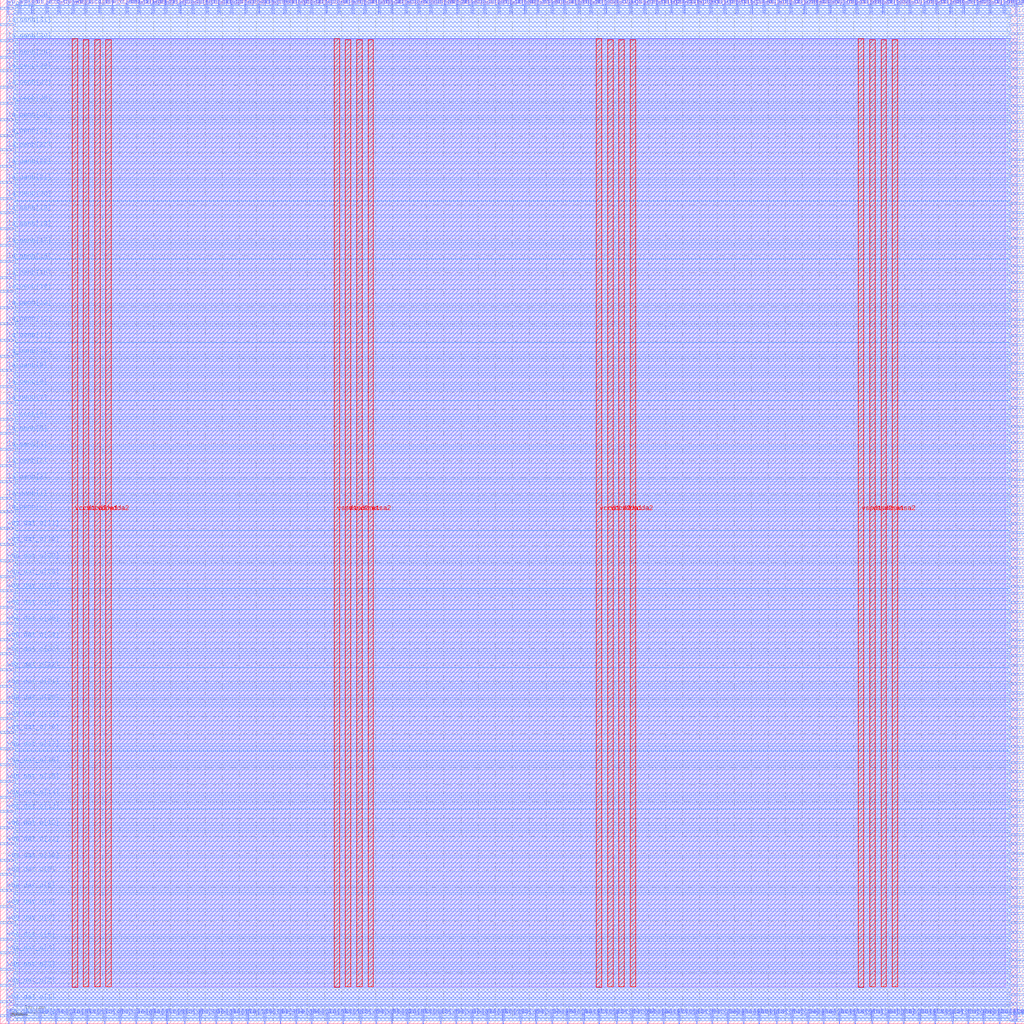
<source format=lef>
VERSION 5.7 ;
  NOWIREEXTENSIONATPIN ON ;
  DIVIDERCHAR "/" ;
  BUSBITCHARS "[]" ;
MACRO wrapped_hoggephase_project
  CLASS BLOCK ;
  FOREIGN wrapped_hoggephase_project ;
  ORIGIN 0.000 0.000 ;
  SIZE 300.000 BY 300.000 ;
  PIN active
    DIRECTION INPUT ;
    USE SIGNAL ;
    PORT
      LAYER met2 ;
        RECT 24.930 296.000 25.210 300.000 ;
    END
  END active
  PIN io_in[0]
    DIRECTION INPUT ;
    USE SIGNAL ;
    PORT
      LAYER met3 ;
        RECT 296.000 0.720 300.000 1.320 ;
    END
  END io_in[0]
  PIN io_in[10]
    DIRECTION INPUT ;
    USE SIGNAL ;
    PORT
      LAYER met3 ;
        RECT 296.000 78.920 300.000 79.520 ;
    END
  END io_in[10]
  PIN io_in[11]
    DIRECTION INPUT ;
    USE SIGNAL ;
    PORT
      LAYER met3 ;
        RECT 296.000 86.400 300.000 87.000 ;
    END
  END io_in[11]
  PIN io_in[12]
    DIRECTION INPUT ;
    USE SIGNAL ;
    PORT
      LAYER met3 ;
        RECT 296.000 94.560 300.000 95.160 ;
    END
  END io_in[12]
  PIN io_in[13]
    DIRECTION INPUT ;
    USE SIGNAL ;
    PORT
      LAYER met3 ;
        RECT 296.000 102.040 300.000 102.640 ;
    END
  END io_in[13]
  PIN io_in[14]
    DIRECTION INPUT ;
    USE SIGNAL ;
    PORT
      LAYER met3 ;
        RECT 296.000 110.200 300.000 110.800 ;
    END
  END io_in[14]
  PIN io_in[15]
    DIRECTION INPUT ;
    USE SIGNAL ;
    PORT
      LAYER met3 ;
        RECT 296.000 117.680 300.000 118.280 ;
    END
  END io_in[15]
  PIN io_in[16]
    DIRECTION INPUT ;
    USE SIGNAL ;
    PORT
      LAYER met3 ;
        RECT 296.000 125.840 300.000 126.440 ;
    END
  END io_in[16]
  PIN io_in[17]
    DIRECTION INPUT ;
    USE SIGNAL ;
    PORT
      LAYER met3 ;
        RECT 296.000 133.320 300.000 133.920 ;
    END
  END io_in[17]
  PIN io_in[18]
    DIRECTION INPUT ;
    USE SIGNAL ;
    PORT
      LAYER met3 ;
        RECT 296.000 141.480 300.000 142.080 ;
    END
  END io_in[18]
  PIN io_in[19]
    DIRECTION INPUT ;
    USE SIGNAL ;
    PORT
      LAYER met3 ;
        RECT 296.000 148.960 300.000 149.560 ;
    END
  END io_in[19]
  PIN io_in[1]
    DIRECTION INPUT ;
    USE SIGNAL ;
    PORT
      LAYER met3 ;
        RECT 296.000 8.200 300.000 8.800 ;
    END
  END io_in[1]
  PIN io_in[20]
    DIRECTION INPUT ;
    USE SIGNAL ;
    PORT
      LAYER met3 ;
        RECT 296.000 157.120 300.000 157.720 ;
    END
  END io_in[20]
  PIN io_in[21]
    DIRECTION INPUT ;
    USE SIGNAL ;
    PORT
      LAYER met3 ;
        RECT 296.000 164.600 300.000 165.200 ;
    END
  END io_in[21]
  PIN io_in[22]
    DIRECTION INPUT ;
    USE SIGNAL ;
    PORT
      LAYER met3 ;
        RECT 296.000 172.760 300.000 173.360 ;
    END
  END io_in[22]
  PIN io_in[23]
    DIRECTION INPUT ;
    USE SIGNAL ;
    PORT
      LAYER met3 ;
        RECT 296.000 180.240 300.000 180.840 ;
    END
  END io_in[23]
  PIN io_in[24]
    DIRECTION INPUT ;
    USE SIGNAL ;
    PORT
      LAYER met3 ;
        RECT 296.000 188.400 300.000 189.000 ;
    END
  END io_in[24]
  PIN io_in[25]
    DIRECTION INPUT ;
    USE SIGNAL ;
    PORT
      LAYER met3 ;
        RECT 296.000 195.880 300.000 196.480 ;
    END
  END io_in[25]
  PIN io_in[26]
    DIRECTION INPUT ;
    USE SIGNAL ;
    PORT
      LAYER met3 ;
        RECT 296.000 204.040 300.000 204.640 ;
    END
  END io_in[26]
  PIN io_in[27]
    DIRECTION INPUT ;
    USE SIGNAL ;
    PORT
      LAYER met3 ;
        RECT 296.000 211.520 300.000 212.120 ;
    END
  END io_in[27]
  PIN io_in[28]
    DIRECTION INPUT ;
    USE SIGNAL ;
    PORT
      LAYER met3 ;
        RECT 296.000 219.680 300.000 220.280 ;
    END
  END io_in[28]
  PIN io_in[29]
    DIRECTION INPUT ;
    USE SIGNAL ;
    PORT
      LAYER met3 ;
        RECT 296.000 227.160 300.000 227.760 ;
    END
  END io_in[29]
  PIN io_in[2]
    DIRECTION INPUT ;
    USE SIGNAL ;
    PORT
      LAYER met3 ;
        RECT 296.000 16.360 300.000 16.960 ;
    END
  END io_in[2]
  PIN io_in[30]
    DIRECTION INPUT ;
    USE SIGNAL ;
    PORT
      LAYER met3 ;
        RECT 296.000 235.320 300.000 235.920 ;
    END
  END io_in[30]
  PIN io_in[31]
    DIRECTION INPUT ;
    USE SIGNAL ;
    PORT
      LAYER met3 ;
        RECT 296.000 242.800 300.000 243.400 ;
    END
  END io_in[31]
  PIN io_in[32]
    DIRECTION INPUT ;
    USE SIGNAL ;
    PORT
      LAYER met3 ;
        RECT 296.000 250.960 300.000 251.560 ;
    END
  END io_in[32]
  PIN io_in[33]
    DIRECTION INPUT ;
    USE SIGNAL ;
    PORT
      LAYER met3 ;
        RECT 296.000 258.440 300.000 259.040 ;
    END
  END io_in[33]
  PIN io_in[34]
    DIRECTION INPUT ;
    USE SIGNAL ;
    PORT
      LAYER met3 ;
        RECT 296.000 266.600 300.000 267.200 ;
    END
  END io_in[34]
  PIN io_in[35]
    DIRECTION INPUT ;
    USE SIGNAL ;
    PORT
      LAYER met3 ;
        RECT 296.000 274.080 300.000 274.680 ;
    END
  END io_in[35]
  PIN io_in[36]
    DIRECTION INPUT ;
    USE SIGNAL ;
    PORT
      LAYER met3 ;
        RECT 296.000 282.240 300.000 282.840 ;
    END
  END io_in[36]
  PIN io_in[37]
    DIRECTION INPUT ;
    USE SIGNAL ;
    PORT
      LAYER met3 ;
        RECT 296.000 289.720 300.000 290.320 ;
    END
  END io_in[37]
  PIN io_in[3]
    DIRECTION INPUT ;
    USE SIGNAL ;
    PORT
      LAYER met3 ;
        RECT 296.000 23.840 300.000 24.440 ;
    END
  END io_in[3]
  PIN io_in[4]
    DIRECTION INPUT ;
    USE SIGNAL ;
    PORT
      LAYER met3 ;
        RECT 296.000 32.000 300.000 32.600 ;
    END
  END io_in[4]
  PIN io_in[5]
    DIRECTION INPUT ;
    USE SIGNAL ;
    PORT
      LAYER met3 ;
        RECT 296.000 39.480 300.000 40.080 ;
    END
  END io_in[5]
  PIN io_in[6]
    DIRECTION INPUT ;
    USE SIGNAL ;
    PORT
      LAYER met3 ;
        RECT 296.000 47.640 300.000 48.240 ;
    END
  END io_in[6]
  PIN io_in[7]
    DIRECTION INPUT ;
    USE SIGNAL ;
    PORT
      LAYER met3 ;
        RECT 296.000 55.120 300.000 55.720 ;
    END
  END io_in[7]
  PIN io_in[8]
    DIRECTION INPUT ;
    USE SIGNAL ;
    PORT
      LAYER met3 ;
        RECT 296.000 63.280 300.000 63.880 ;
    END
  END io_in[8]
  PIN io_in[9]
    DIRECTION INPUT ;
    USE SIGNAL ;
    PORT
      LAYER met3 ;
        RECT 296.000 70.760 300.000 71.360 ;
    END
  END io_in[9]
  PIN io_oeb[0]
    DIRECTION OUTPUT TRISTATE ;
    USE SIGNAL ;
    PORT
      LAYER met3 ;
        RECT 296.000 5.480 300.000 6.080 ;
    END
  END io_oeb[0]
  PIN io_oeb[10]
    DIRECTION OUTPUT TRISTATE ;
    USE SIGNAL ;
    PORT
      LAYER met3 ;
        RECT 296.000 83.680 300.000 84.280 ;
    END
  END io_oeb[10]
  PIN io_oeb[11]
    DIRECTION OUTPUT TRISTATE ;
    USE SIGNAL ;
    PORT
      LAYER met3 ;
        RECT 296.000 91.840 300.000 92.440 ;
    END
  END io_oeb[11]
  PIN io_oeb[12]
    DIRECTION OUTPUT TRISTATE ;
    USE SIGNAL ;
    PORT
      LAYER met3 ;
        RECT 296.000 99.320 300.000 99.920 ;
    END
  END io_oeb[12]
  PIN io_oeb[13]
    DIRECTION OUTPUT TRISTATE ;
    USE SIGNAL ;
    PORT
      LAYER met3 ;
        RECT 296.000 107.480 300.000 108.080 ;
    END
  END io_oeb[13]
  PIN io_oeb[14]
    DIRECTION OUTPUT TRISTATE ;
    USE SIGNAL ;
    PORT
      LAYER met3 ;
        RECT 296.000 114.960 300.000 115.560 ;
    END
  END io_oeb[14]
  PIN io_oeb[15]
    DIRECTION OUTPUT TRISTATE ;
    USE SIGNAL ;
    PORT
      LAYER met3 ;
        RECT 296.000 123.120 300.000 123.720 ;
    END
  END io_oeb[15]
  PIN io_oeb[16]
    DIRECTION OUTPUT TRISTATE ;
    USE SIGNAL ;
    PORT
      LAYER met3 ;
        RECT 296.000 130.600 300.000 131.200 ;
    END
  END io_oeb[16]
  PIN io_oeb[17]
    DIRECTION OUTPUT TRISTATE ;
    USE SIGNAL ;
    PORT
      LAYER met3 ;
        RECT 296.000 138.760 300.000 139.360 ;
    END
  END io_oeb[17]
  PIN io_oeb[18]
    DIRECTION OUTPUT TRISTATE ;
    USE SIGNAL ;
    PORT
      LAYER met3 ;
        RECT 296.000 146.240 300.000 146.840 ;
    END
  END io_oeb[18]
  PIN io_oeb[19]
    DIRECTION OUTPUT TRISTATE ;
    USE SIGNAL ;
    PORT
      LAYER met3 ;
        RECT 296.000 154.400 300.000 155.000 ;
    END
  END io_oeb[19]
  PIN io_oeb[1]
    DIRECTION OUTPUT TRISTATE ;
    USE SIGNAL ;
    PORT
      LAYER met3 ;
        RECT 296.000 13.640 300.000 14.240 ;
    END
  END io_oeb[1]
  PIN io_oeb[20]
    DIRECTION OUTPUT TRISTATE ;
    USE SIGNAL ;
    PORT
      LAYER met3 ;
        RECT 296.000 161.880 300.000 162.480 ;
    END
  END io_oeb[20]
  PIN io_oeb[21]
    DIRECTION OUTPUT TRISTATE ;
    USE SIGNAL ;
    PORT
      LAYER met3 ;
        RECT 296.000 170.040 300.000 170.640 ;
    END
  END io_oeb[21]
  PIN io_oeb[22]
    DIRECTION OUTPUT TRISTATE ;
    USE SIGNAL ;
    PORT
      LAYER met3 ;
        RECT 296.000 177.520 300.000 178.120 ;
    END
  END io_oeb[22]
  PIN io_oeb[23]
    DIRECTION OUTPUT TRISTATE ;
    USE SIGNAL ;
    PORT
      LAYER met3 ;
        RECT 296.000 185.680 300.000 186.280 ;
    END
  END io_oeb[23]
  PIN io_oeb[24]
    DIRECTION OUTPUT TRISTATE ;
    USE SIGNAL ;
    PORT
      LAYER met3 ;
        RECT 296.000 193.160 300.000 193.760 ;
    END
  END io_oeb[24]
  PIN io_oeb[25]
    DIRECTION OUTPUT TRISTATE ;
    USE SIGNAL ;
    PORT
      LAYER met3 ;
        RECT 296.000 201.320 300.000 201.920 ;
    END
  END io_oeb[25]
  PIN io_oeb[26]
    DIRECTION OUTPUT TRISTATE ;
    USE SIGNAL ;
    PORT
      LAYER met3 ;
        RECT 296.000 208.800 300.000 209.400 ;
    END
  END io_oeb[26]
  PIN io_oeb[27]
    DIRECTION OUTPUT TRISTATE ;
    USE SIGNAL ;
    PORT
      LAYER met3 ;
        RECT 296.000 216.960 300.000 217.560 ;
    END
  END io_oeb[27]
  PIN io_oeb[28]
    DIRECTION OUTPUT TRISTATE ;
    USE SIGNAL ;
    PORT
      LAYER met3 ;
        RECT 296.000 224.440 300.000 225.040 ;
    END
  END io_oeb[28]
  PIN io_oeb[29]
    DIRECTION OUTPUT TRISTATE ;
    USE SIGNAL ;
    PORT
      LAYER met3 ;
        RECT 296.000 232.600 300.000 233.200 ;
    END
  END io_oeb[29]
  PIN io_oeb[2]
    DIRECTION OUTPUT TRISTATE ;
    USE SIGNAL ;
    PORT
      LAYER met3 ;
        RECT 296.000 21.120 300.000 21.720 ;
    END
  END io_oeb[2]
  PIN io_oeb[30]
    DIRECTION OUTPUT TRISTATE ;
    USE SIGNAL ;
    PORT
      LAYER met3 ;
        RECT 296.000 240.080 300.000 240.680 ;
    END
  END io_oeb[30]
  PIN io_oeb[31]
    DIRECTION OUTPUT TRISTATE ;
    USE SIGNAL ;
    PORT
      LAYER met3 ;
        RECT 296.000 248.240 300.000 248.840 ;
    END
  END io_oeb[31]
  PIN io_oeb[32]
    DIRECTION OUTPUT TRISTATE ;
    USE SIGNAL ;
    PORT
      LAYER met3 ;
        RECT 296.000 255.720 300.000 256.320 ;
    END
  END io_oeb[32]
  PIN io_oeb[33]
    DIRECTION OUTPUT TRISTATE ;
    USE SIGNAL ;
    PORT
      LAYER met3 ;
        RECT 296.000 263.880 300.000 264.480 ;
    END
  END io_oeb[33]
  PIN io_oeb[34]
    DIRECTION OUTPUT TRISTATE ;
    USE SIGNAL ;
    PORT
      LAYER met3 ;
        RECT 296.000 271.360 300.000 271.960 ;
    END
  END io_oeb[34]
  PIN io_oeb[35]
    DIRECTION OUTPUT TRISTATE ;
    USE SIGNAL ;
    PORT
      LAYER met3 ;
        RECT 296.000 279.520 300.000 280.120 ;
    END
  END io_oeb[35]
  PIN io_oeb[36]
    DIRECTION OUTPUT TRISTATE ;
    USE SIGNAL ;
    PORT
      LAYER met3 ;
        RECT 296.000 287.000 300.000 287.600 ;
    END
  END io_oeb[36]
  PIN io_oeb[37]
    DIRECTION OUTPUT TRISTATE ;
    USE SIGNAL ;
    PORT
      LAYER met3 ;
        RECT 296.000 295.160 300.000 295.760 ;
    END
  END io_oeb[37]
  PIN io_oeb[3]
    DIRECTION OUTPUT TRISTATE ;
    USE SIGNAL ;
    PORT
      LAYER met3 ;
        RECT 296.000 29.280 300.000 29.880 ;
    END
  END io_oeb[3]
  PIN io_oeb[4]
    DIRECTION OUTPUT TRISTATE ;
    USE SIGNAL ;
    PORT
      LAYER met3 ;
        RECT 296.000 36.760 300.000 37.360 ;
    END
  END io_oeb[4]
  PIN io_oeb[5]
    DIRECTION OUTPUT TRISTATE ;
    USE SIGNAL ;
    PORT
      LAYER met3 ;
        RECT 296.000 44.920 300.000 45.520 ;
    END
  END io_oeb[5]
  PIN io_oeb[6]
    DIRECTION OUTPUT TRISTATE ;
    USE SIGNAL ;
    PORT
      LAYER met3 ;
        RECT 296.000 52.400 300.000 53.000 ;
    END
  END io_oeb[6]
  PIN io_oeb[7]
    DIRECTION OUTPUT TRISTATE ;
    USE SIGNAL ;
    PORT
      LAYER met3 ;
        RECT 296.000 60.560 300.000 61.160 ;
    END
  END io_oeb[7]
  PIN io_oeb[8]
    DIRECTION OUTPUT TRISTATE ;
    USE SIGNAL ;
    PORT
      LAYER met3 ;
        RECT 296.000 68.040 300.000 68.640 ;
    END
  END io_oeb[8]
  PIN io_oeb[9]
    DIRECTION OUTPUT TRISTATE ;
    USE SIGNAL ;
    PORT
      LAYER met3 ;
        RECT 296.000 76.200 300.000 76.800 ;
    END
  END io_oeb[9]
  PIN io_out[0]
    DIRECTION OUTPUT TRISTATE ;
    USE SIGNAL ;
    PORT
      LAYER met3 ;
        RECT 296.000 2.760 300.000 3.360 ;
    END
  END io_out[0]
  PIN io_out[10]
    DIRECTION OUTPUT TRISTATE ;
    USE SIGNAL ;
    PORT
      LAYER met3 ;
        RECT 296.000 80.960 300.000 81.560 ;
    END
  END io_out[10]
  PIN io_out[11]
    DIRECTION OUTPUT TRISTATE ;
    USE SIGNAL ;
    PORT
      LAYER met3 ;
        RECT 296.000 89.120 300.000 89.720 ;
    END
  END io_out[11]
  PIN io_out[12]
    DIRECTION OUTPUT TRISTATE ;
    USE SIGNAL ;
    PORT
      LAYER met3 ;
        RECT 296.000 96.600 300.000 97.200 ;
    END
  END io_out[12]
  PIN io_out[13]
    DIRECTION OUTPUT TRISTATE ;
    USE SIGNAL ;
    PORT
      LAYER met3 ;
        RECT 296.000 104.760 300.000 105.360 ;
    END
  END io_out[13]
  PIN io_out[14]
    DIRECTION OUTPUT TRISTATE ;
    USE SIGNAL ;
    PORT
      LAYER met3 ;
        RECT 296.000 112.240 300.000 112.840 ;
    END
  END io_out[14]
  PIN io_out[15]
    DIRECTION OUTPUT TRISTATE ;
    USE SIGNAL ;
    PORT
      LAYER met3 ;
        RECT 296.000 120.400 300.000 121.000 ;
    END
  END io_out[15]
  PIN io_out[16]
    DIRECTION OUTPUT TRISTATE ;
    USE SIGNAL ;
    PORT
      LAYER met3 ;
        RECT 296.000 127.880 300.000 128.480 ;
    END
  END io_out[16]
  PIN io_out[17]
    DIRECTION OUTPUT TRISTATE ;
    USE SIGNAL ;
    PORT
      LAYER met3 ;
        RECT 296.000 136.040 300.000 136.640 ;
    END
  END io_out[17]
  PIN io_out[18]
    DIRECTION OUTPUT TRISTATE ;
    USE SIGNAL ;
    PORT
      LAYER met3 ;
        RECT 296.000 143.520 300.000 144.120 ;
    END
  END io_out[18]
  PIN io_out[19]
    DIRECTION OUTPUT TRISTATE ;
    USE SIGNAL ;
    PORT
      LAYER met3 ;
        RECT 296.000 151.680 300.000 152.280 ;
    END
  END io_out[19]
  PIN io_out[1]
    DIRECTION OUTPUT TRISTATE ;
    USE SIGNAL ;
    PORT
      LAYER met3 ;
        RECT 296.000 10.920 300.000 11.520 ;
    END
  END io_out[1]
  PIN io_out[20]
    DIRECTION OUTPUT TRISTATE ;
    USE SIGNAL ;
    PORT
      LAYER met3 ;
        RECT 296.000 159.160 300.000 159.760 ;
    END
  END io_out[20]
  PIN io_out[21]
    DIRECTION OUTPUT TRISTATE ;
    USE SIGNAL ;
    PORT
      LAYER met3 ;
        RECT 296.000 167.320 300.000 167.920 ;
    END
  END io_out[21]
  PIN io_out[22]
    DIRECTION OUTPUT TRISTATE ;
    USE SIGNAL ;
    PORT
      LAYER met3 ;
        RECT 296.000 174.800 300.000 175.400 ;
    END
  END io_out[22]
  PIN io_out[23]
    DIRECTION OUTPUT TRISTATE ;
    USE SIGNAL ;
    PORT
      LAYER met3 ;
        RECT 296.000 182.960 300.000 183.560 ;
    END
  END io_out[23]
  PIN io_out[24]
    DIRECTION OUTPUT TRISTATE ;
    USE SIGNAL ;
    PORT
      LAYER met3 ;
        RECT 296.000 190.440 300.000 191.040 ;
    END
  END io_out[24]
  PIN io_out[25]
    DIRECTION OUTPUT TRISTATE ;
    USE SIGNAL ;
    PORT
      LAYER met3 ;
        RECT 296.000 198.600 300.000 199.200 ;
    END
  END io_out[25]
  PIN io_out[26]
    DIRECTION OUTPUT TRISTATE ;
    USE SIGNAL ;
    PORT
      LAYER met3 ;
        RECT 296.000 206.080 300.000 206.680 ;
    END
  END io_out[26]
  PIN io_out[27]
    DIRECTION OUTPUT TRISTATE ;
    USE SIGNAL ;
    PORT
      LAYER met3 ;
        RECT 296.000 214.240 300.000 214.840 ;
    END
  END io_out[27]
  PIN io_out[28]
    DIRECTION OUTPUT TRISTATE ;
    USE SIGNAL ;
    PORT
      LAYER met3 ;
        RECT 296.000 221.720 300.000 222.320 ;
    END
  END io_out[28]
  PIN io_out[29]
    DIRECTION OUTPUT TRISTATE ;
    USE SIGNAL ;
    PORT
      LAYER met3 ;
        RECT 296.000 229.880 300.000 230.480 ;
    END
  END io_out[29]
  PIN io_out[2]
    DIRECTION OUTPUT TRISTATE ;
    USE SIGNAL ;
    PORT
      LAYER met3 ;
        RECT 296.000 18.400 300.000 19.000 ;
    END
  END io_out[2]
  PIN io_out[30]
    DIRECTION OUTPUT TRISTATE ;
    USE SIGNAL ;
    PORT
      LAYER met3 ;
        RECT 296.000 237.360 300.000 237.960 ;
    END
  END io_out[30]
  PIN io_out[31]
    DIRECTION OUTPUT TRISTATE ;
    USE SIGNAL ;
    PORT
      LAYER met3 ;
        RECT 296.000 245.520 300.000 246.120 ;
    END
  END io_out[31]
  PIN io_out[32]
    DIRECTION OUTPUT TRISTATE ;
    USE SIGNAL ;
    PORT
      LAYER met3 ;
        RECT 296.000 253.000 300.000 253.600 ;
    END
  END io_out[32]
  PIN io_out[33]
    DIRECTION OUTPUT TRISTATE ;
    USE SIGNAL ;
    PORT
      LAYER met3 ;
        RECT 296.000 261.160 300.000 261.760 ;
    END
  END io_out[33]
  PIN io_out[34]
    DIRECTION OUTPUT TRISTATE ;
    USE SIGNAL ;
    PORT
      LAYER met3 ;
        RECT 296.000 268.640 300.000 269.240 ;
    END
  END io_out[34]
  PIN io_out[35]
    DIRECTION OUTPUT TRISTATE ;
    USE SIGNAL ;
    PORT
      LAYER met3 ;
        RECT 296.000 276.800 300.000 277.400 ;
    END
  END io_out[35]
  PIN io_out[36]
    DIRECTION OUTPUT TRISTATE ;
    USE SIGNAL ;
    PORT
      LAYER met3 ;
        RECT 296.000 284.280 300.000 284.880 ;
    END
  END io_out[36]
  PIN io_out[37]
    DIRECTION OUTPUT TRISTATE ;
    USE SIGNAL ;
    PORT
      LAYER met3 ;
        RECT 296.000 292.440 300.000 293.040 ;
    END
  END io_out[37]
  PIN io_out[3]
    DIRECTION OUTPUT TRISTATE ;
    USE SIGNAL ;
    PORT
      LAYER met3 ;
        RECT 296.000 26.560 300.000 27.160 ;
    END
  END io_out[3]
  PIN io_out[4]
    DIRECTION OUTPUT TRISTATE ;
    USE SIGNAL ;
    PORT
      LAYER met3 ;
        RECT 296.000 34.040 300.000 34.640 ;
    END
  END io_out[4]
  PIN io_out[5]
    DIRECTION OUTPUT TRISTATE ;
    USE SIGNAL ;
    PORT
      LAYER met3 ;
        RECT 296.000 42.200 300.000 42.800 ;
    END
  END io_out[5]
  PIN io_out[6]
    DIRECTION OUTPUT TRISTATE ;
    USE SIGNAL ;
    PORT
      LAYER met3 ;
        RECT 296.000 49.680 300.000 50.280 ;
    END
  END io_out[6]
  PIN io_out[7]
    DIRECTION OUTPUT TRISTATE ;
    USE SIGNAL ;
    PORT
      LAYER met3 ;
        RECT 296.000 57.840 300.000 58.440 ;
    END
  END io_out[7]
  PIN io_out[8]
    DIRECTION OUTPUT TRISTATE ;
    USE SIGNAL ;
    PORT
      LAYER met3 ;
        RECT 296.000 65.320 300.000 65.920 ;
    END
  END io_out[8]
  PIN io_out[9]
    DIRECTION OUTPUT TRISTATE ;
    USE SIGNAL ;
    PORT
      LAYER met3 ;
        RECT 296.000 73.480 300.000 74.080 ;
    END
  END io_out[9]
  PIN irq[0]
    DIRECTION OUTPUT TRISTATE ;
    USE SIGNAL ;
    PORT
      LAYER met3 ;
        RECT 296.000 297.880 300.000 298.480 ;
    END
  END irq[0]
  PIN irq[1]
    DIRECTION OUTPUT TRISTATE ;
    USE SIGNAL ;
    PORT
      LAYER met2 ;
        RECT 297.710 296.000 297.990 300.000 ;
    END
  END irq[1]
  PIN irq[2]
    DIRECTION OUTPUT TRISTATE ;
    USE SIGNAL ;
    PORT
      LAYER met3 ;
        RECT 0.000 297.200 4.000 297.800 ;
    END
  END irq[2]
  PIN la_data_in[0]
    DIRECTION INPUT ;
    USE SIGNAL ;
    PORT
      LAYER met2 ;
        RECT 2.390 0.000 2.670 4.000 ;
    END
  END la_data_in[0]
  PIN la_data_in[10]
    DIRECTION INPUT ;
    USE SIGNAL ;
    PORT
      LAYER met2 ;
        RECT 48.850 0.000 49.130 4.000 ;
    END
  END la_data_in[10]
  PIN la_data_in[11]
    DIRECTION INPUT ;
    USE SIGNAL ;
    PORT
      LAYER met2 ;
        RECT 53.910 0.000 54.190 4.000 ;
    END
  END la_data_in[11]
  PIN la_data_in[12]
    DIRECTION INPUT ;
    USE SIGNAL ;
    PORT
      LAYER met2 ;
        RECT 58.510 0.000 58.790 4.000 ;
    END
  END la_data_in[12]
  PIN la_data_in[13]
    DIRECTION INPUT ;
    USE SIGNAL ;
    PORT
      LAYER met2 ;
        RECT 63.110 0.000 63.390 4.000 ;
    END
  END la_data_in[13]
  PIN la_data_in[14]
    DIRECTION INPUT ;
    USE SIGNAL ;
    PORT
      LAYER met2 ;
        RECT 67.710 0.000 67.990 4.000 ;
    END
  END la_data_in[14]
  PIN la_data_in[15]
    DIRECTION INPUT ;
    USE SIGNAL ;
    PORT
      LAYER met2 ;
        RECT 72.310 0.000 72.590 4.000 ;
    END
  END la_data_in[15]
  PIN la_data_in[16]
    DIRECTION INPUT ;
    USE SIGNAL ;
    PORT
      LAYER met2 ;
        RECT 77.370 0.000 77.650 4.000 ;
    END
  END la_data_in[16]
  PIN la_data_in[17]
    DIRECTION INPUT ;
    USE SIGNAL ;
    PORT
      LAYER met2 ;
        RECT 81.970 0.000 82.250 4.000 ;
    END
  END la_data_in[17]
  PIN la_data_in[18]
    DIRECTION INPUT ;
    USE SIGNAL ;
    PORT
      LAYER met2 ;
        RECT 86.570 0.000 86.850 4.000 ;
    END
  END la_data_in[18]
  PIN la_data_in[19]
    DIRECTION INPUT ;
    USE SIGNAL ;
    PORT
      LAYER met2 ;
        RECT 91.170 0.000 91.450 4.000 ;
    END
  END la_data_in[19]
  PIN la_data_in[1]
    DIRECTION INPUT ;
    USE SIGNAL ;
    PORT
      LAYER met2 ;
        RECT 6.990 0.000 7.270 4.000 ;
    END
  END la_data_in[1]
  PIN la_data_in[20]
    DIRECTION INPUT ;
    USE SIGNAL ;
    PORT
      LAYER met2 ;
        RECT 95.770 0.000 96.050 4.000 ;
    END
  END la_data_in[20]
  PIN la_data_in[21]
    DIRECTION INPUT ;
    USE SIGNAL ;
    PORT
      LAYER met2 ;
        RECT 100.370 0.000 100.650 4.000 ;
    END
  END la_data_in[21]
  PIN la_data_in[22]
    DIRECTION INPUT ;
    USE SIGNAL ;
    PORT
      LAYER met2 ;
        RECT 105.430 0.000 105.710 4.000 ;
    END
  END la_data_in[22]
  PIN la_data_in[23]
    DIRECTION INPUT ;
    USE SIGNAL ;
    PORT
      LAYER met2 ;
        RECT 110.030 0.000 110.310 4.000 ;
    END
  END la_data_in[23]
  PIN la_data_in[24]
    DIRECTION INPUT ;
    USE SIGNAL ;
    PORT
      LAYER met2 ;
        RECT 114.630 0.000 114.910 4.000 ;
    END
  END la_data_in[24]
  PIN la_data_in[25]
    DIRECTION INPUT ;
    USE SIGNAL ;
    PORT
      LAYER met2 ;
        RECT 119.230 0.000 119.510 4.000 ;
    END
  END la_data_in[25]
  PIN la_data_in[26]
    DIRECTION INPUT ;
    USE SIGNAL ;
    PORT
      LAYER met2 ;
        RECT 123.830 0.000 124.110 4.000 ;
    END
  END la_data_in[26]
  PIN la_data_in[27]
    DIRECTION INPUT ;
    USE SIGNAL ;
    PORT
      LAYER met2 ;
        RECT 128.890 0.000 129.170 4.000 ;
    END
  END la_data_in[27]
  PIN la_data_in[28]
    DIRECTION INPUT ;
    USE SIGNAL ;
    PORT
      LAYER met2 ;
        RECT 133.490 0.000 133.770 4.000 ;
    END
  END la_data_in[28]
  PIN la_data_in[29]
    DIRECTION INPUT ;
    USE SIGNAL ;
    PORT
      LAYER met2 ;
        RECT 138.090 0.000 138.370 4.000 ;
    END
  END la_data_in[29]
  PIN la_data_in[2]
    DIRECTION INPUT ;
    USE SIGNAL ;
    PORT
      LAYER met2 ;
        RECT 11.590 0.000 11.870 4.000 ;
    END
  END la_data_in[2]
  PIN la_data_in[30]
    DIRECTION INPUT ;
    USE SIGNAL ;
    PORT
      LAYER met2 ;
        RECT 142.690 0.000 142.970 4.000 ;
    END
  END la_data_in[30]
  PIN la_data_in[31]
    DIRECTION INPUT ;
    USE SIGNAL ;
    PORT
      LAYER met2 ;
        RECT 147.290 0.000 147.570 4.000 ;
    END
  END la_data_in[31]
  PIN la_data_in[3]
    DIRECTION INPUT ;
    USE SIGNAL ;
    PORT
      LAYER met2 ;
        RECT 16.190 0.000 16.470 4.000 ;
    END
  END la_data_in[3]
  PIN la_data_in[4]
    DIRECTION INPUT ;
    USE SIGNAL ;
    PORT
      LAYER met2 ;
        RECT 20.790 0.000 21.070 4.000 ;
    END
  END la_data_in[4]
  PIN la_data_in[5]
    DIRECTION INPUT ;
    USE SIGNAL ;
    PORT
      LAYER met2 ;
        RECT 25.390 0.000 25.670 4.000 ;
    END
  END la_data_in[5]
  PIN la_data_in[6]
    DIRECTION INPUT ;
    USE SIGNAL ;
    PORT
      LAYER met2 ;
        RECT 30.450 0.000 30.730 4.000 ;
    END
  END la_data_in[6]
  PIN la_data_in[7]
    DIRECTION INPUT ;
    USE SIGNAL ;
    PORT
      LAYER met2 ;
        RECT 35.050 0.000 35.330 4.000 ;
    END
  END la_data_in[7]
  PIN la_data_in[8]
    DIRECTION INPUT ;
    USE SIGNAL ;
    PORT
      LAYER met2 ;
        RECT 39.650 0.000 39.930 4.000 ;
    END
  END la_data_in[8]
  PIN la_data_in[9]
    DIRECTION INPUT ;
    USE SIGNAL ;
    PORT
      LAYER met2 ;
        RECT 44.250 0.000 44.530 4.000 ;
    END
  END la_data_in[9]
  PIN la_data_out[0]
    DIRECTION OUTPUT TRISTATE ;
    USE SIGNAL ;
    PORT
      LAYER met2 ;
        RECT 152.350 0.000 152.630 4.000 ;
    END
  END la_data_out[0]
  PIN la_data_out[10]
    DIRECTION OUTPUT TRISTATE ;
    USE SIGNAL ;
    PORT
      LAYER met2 ;
        RECT 198.810 0.000 199.090 4.000 ;
    END
  END la_data_out[10]
  PIN la_data_out[11]
    DIRECTION OUTPUT TRISTATE ;
    USE SIGNAL ;
    PORT
      LAYER met2 ;
        RECT 203.870 0.000 204.150 4.000 ;
    END
  END la_data_out[11]
  PIN la_data_out[12]
    DIRECTION OUTPUT TRISTATE ;
    USE SIGNAL ;
    PORT
      LAYER met2 ;
        RECT 208.470 0.000 208.750 4.000 ;
    END
  END la_data_out[12]
  PIN la_data_out[13]
    DIRECTION OUTPUT TRISTATE ;
    USE SIGNAL ;
    PORT
      LAYER met2 ;
        RECT 213.070 0.000 213.350 4.000 ;
    END
  END la_data_out[13]
  PIN la_data_out[14]
    DIRECTION OUTPUT TRISTATE ;
    USE SIGNAL ;
    PORT
      LAYER met2 ;
        RECT 217.670 0.000 217.950 4.000 ;
    END
  END la_data_out[14]
  PIN la_data_out[15]
    DIRECTION OUTPUT TRISTATE ;
    USE SIGNAL ;
    PORT
      LAYER met2 ;
        RECT 222.270 0.000 222.550 4.000 ;
    END
  END la_data_out[15]
  PIN la_data_out[16]
    DIRECTION OUTPUT TRISTATE ;
    USE SIGNAL ;
    PORT
      LAYER met2 ;
        RECT 227.330 0.000 227.610 4.000 ;
    END
  END la_data_out[16]
  PIN la_data_out[17]
    DIRECTION OUTPUT TRISTATE ;
    USE SIGNAL ;
    PORT
      LAYER met2 ;
        RECT 231.930 0.000 232.210 4.000 ;
    END
  END la_data_out[17]
  PIN la_data_out[18]
    DIRECTION OUTPUT TRISTATE ;
    USE SIGNAL ;
    PORT
      LAYER met2 ;
        RECT 236.530 0.000 236.810 4.000 ;
    END
  END la_data_out[18]
  PIN la_data_out[19]
    DIRECTION OUTPUT TRISTATE ;
    USE SIGNAL ;
    PORT
      LAYER met2 ;
        RECT 241.130 0.000 241.410 4.000 ;
    END
  END la_data_out[19]
  PIN la_data_out[1]
    DIRECTION OUTPUT TRISTATE ;
    USE SIGNAL ;
    PORT
      LAYER met2 ;
        RECT 156.950 0.000 157.230 4.000 ;
    END
  END la_data_out[1]
  PIN la_data_out[20]
    DIRECTION OUTPUT TRISTATE ;
    USE SIGNAL ;
    PORT
      LAYER met2 ;
        RECT 245.730 0.000 246.010 4.000 ;
    END
  END la_data_out[20]
  PIN la_data_out[21]
    DIRECTION OUTPUT TRISTATE ;
    USE SIGNAL ;
    PORT
      LAYER met2 ;
        RECT 250.330 0.000 250.610 4.000 ;
    END
  END la_data_out[21]
  PIN la_data_out[22]
    DIRECTION OUTPUT TRISTATE ;
    USE SIGNAL ;
    PORT
      LAYER met2 ;
        RECT 255.390 0.000 255.670 4.000 ;
    END
  END la_data_out[22]
  PIN la_data_out[23]
    DIRECTION OUTPUT TRISTATE ;
    USE SIGNAL ;
    PORT
      LAYER met2 ;
        RECT 259.990 0.000 260.270 4.000 ;
    END
  END la_data_out[23]
  PIN la_data_out[24]
    DIRECTION OUTPUT TRISTATE ;
    USE SIGNAL ;
    PORT
      LAYER met2 ;
        RECT 264.590 0.000 264.870 4.000 ;
    END
  END la_data_out[24]
  PIN la_data_out[25]
    DIRECTION OUTPUT TRISTATE ;
    USE SIGNAL ;
    PORT
      LAYER met2 ;
        RECT 269.190 0.000 269.470 4.000 ;
    END
  END la_data_out[25]
  PIN la_data_out[26]
    DIRECTION OUTPUT TRISTATE ;
    USE SIGNAL ;
    PORT
      LAYER met2 ;
        RECT 273.790 0.000 274.070 4.000 ;
    END
  END la_data_out[26]
  PIN la_data_out[27]
    DIRECTION OUTPUT TRISTATE ;
    USE SIGNAL ;
    PORT
      LAYER met2 ;
        RECT 278.850 0.000 279.130 4.000 ;
    END
  END la_data_out[27]
  PIN la_data_out[28]
    DIRECTION OUTPUT TRISTATE ;
    USE SIGNAL ;
    PORT
      LAYER met2 ;
        RECT 283.450 0.000 283.730 4.000 ;
    END
  END la_data_out[28]
  PIN la_data_out[29]
    DIRECTION OUTPUT TRISTATE ;
    USE SIGNAL ;
    PORT
      LAYER met2 ;
        RECT 288.050 0.000 288.330 4.000 ;
    END
  END la_data_out[29]
  PIN la_data_out[2]
    DIRECTION OUTPUT TRISTATE ;
    USE SIGNAL ;
    PORT
      LAYER met2 ;
        RECT 161.550 0.000 161.830 4.000 ;
    END
  END la_data_out[2]
  PIN la_data_out[30]
    DIRECTION OUTPUT TRISTATE ;
    USE SIGNAL ;
    PORT
      LAYER met2 ;
        RECT 292.650 0.000 292.930 4.000 ;
    END
  END la_data_out[30]
  PIN la_data_out[31]
    DIRECTION OUTPUT TRISTATE ;
    USE SIGNAL ;
    PORT
      LAYER met2 ;
        RECT 297.250 0.000 297.530 4.000 ;
    END
  END la_data_out[31]
  PIN la_data_out[3]
    DIRECTION OUTPUT TRISTATE ;
    USE SIGNAL ;
    PORT
      LAYER met2 ;
        RECT 166.150 0.000 166.430 4.000 ;
    END
  END la_data_out[3]
  PIN la_data_out[4]
    DIRECTION OUTPUT TRISTATE ;
    USE SIGNAL ;
    PORT
      LAYER met2 ;
        RECT 170.750 0.000 171.030 4.000 ;
    END
  END la_data_out[4]
  PIN la_data_out[5]
    DIRECTION OUTPUT TRISTATE ;
    USE SIGNAL ;
    PORT
      LAYER met2 ;
        RECT 175.350 0.000 175.630 4.000 ;
    END
  END la_data_out[5]
  PIN la_data_out[6]
    DIRECTION OUTPUT TRISTATE ;
    USE SIGNAL ;
    PORT
      LAYER met2 ;
        RECT 180.410 0.000 180.690 4.000 ;
    END
  END la_data_out[6]
  PIN la_data_out[7]
    DIRECTION OUTPUT TRISTATE ;
    USE SIGNAL ;
    PORT
      LAYER met2 ;
        RECT 185.010 0.000 185.290 4.000 ;
    END
  END la_data_out[7]
  PIN la_data_out[8]
    DIRECTION OUTPUT TRISTATE ;
    USE SIGNAL ;
    PORT
      LAYER met2 ;
        RECT 189.610 0.000 189.890 4.000 ;
    END
  END la_data_out[8]
  PIN la_data_out[9]
    DIRECTION OUTPUT TRISTATE ;
    USE SIGNAL ;
    PORT
      LAYER met2 ;
        RECT 194.210 0.000 194.490 4.000 ;
    END
  END la_data_out[9]
  PIN la_oenb[0]
    DIRECTION INPUT ;
    USE SIGNAL ;
    PORT
      LAYER met3 ;
        RECT 0.000 149.640 4.000 150.240 ;
    END
  END la_oenb[0]
  PIN la_oenb[10]
    DIRECTION INPUT ;
    USE SIGNAL ;
    PORT
      LAYER met3 ;
        RECT 0.000 195.200 4.000 195.800 ;
    END
  END la_oenb[10]
  PIN la_oenb[11]
    DIRECTION INPUT ;
    USE SIGNAL ;
    PORT
      LAYER met3 ;
        RECT 0.000 199.960 4.000 200.560 ;
    END
  END la_oenb[11]
  PIN la_oenb[12]
    DIRECTION INPUT ;
    USE SIGNAL ;
    PORT
      LAYER met3 ;
        RECT 0.000 204.720 4.000 205.320 ;
    END
  END la_oenb[12]
  PIN la_oenb[13]
    DIRECTION INPUT ;
    USE SIGNAL ;
    PORT
      LAYER met3 ;
        RECT 0.000 209.480 4.000 210.080 ;
    END
  END la_oenb[13]
  PIN la_oenb[14]
    DIRECTION INPUT ;
    USE SIGNAL ;
    PORT
      LAYER met3 ;
        RECT 0.000 214.240 4.000 214.840 ;
    END
  END la_oenb[14]
  PIN la_oenb[15]
    DIRECTION INPUT ;
    USE SIGNAL ;
    PORT
      LAYER met3 ;
        RECT 0.000 218.320 4.000 218.920 ;
    END
  END la_oenb[15]
  PIN la_oenb[16]
    DIRECTION INPUT ;
    USE SIGNAL ;
    PORT
      LAYER met3 ;
        RECT 0.000 223.080 4.000 223.680 ;
    END
  END la_oenb[16]
  PIN la_oenb[17]
    DIRECTION INPUT ;
    USE SIGNAL ;
    PORT
      LAYER met3 ;
        RECT 0.000 227.840 4.000 228.440 ;
    END
  END la_oenb[17]
  PIN la_oenb[18]
    DIRECTION INPUT ;
    USE SIGNAL ;
    PORT
      LAYER met3 ;
        RECT 0.000 232.600 4.000 233.200 ;
    END
  END la_oenb[18]
  PIN la_oenb[19]
    DIRECTION INPUT ;
    USE SIGNAL ;
    PORT
      LAYER met3 ;
        RECT 0.000 237.360 4.000 237.960 ;
    END
  END la_oenb[19]
  PIN la_oenb[1]
    DIRECTION INPUT ;
    USE SIGNAL ;
    PORT
      LAYER met3 ;
        RECT 0.000 153.720 4.000 154.320 ;
    END
  END la_oenb[1]
  PIN la_oenb[20]
    DIRECTION INPUT ;
    USE SIGNAL ;
    PORT
      LAYER met3 ;
        RECT 0.000 241.440 4.000 242.040 ;
    END
  END la_oenb[20]
  PIN la_oenb[21]
    DIRECTION INPUT ;
    USE SIGNAL ;
    PORT
      LAYER met3 ;
        RECT 0.000 246.200 4.000 246.800 ;
    END
  END la_oenb[21]
  PIN la_oenb[22]
    DIRECTION INPUT ;
    USE SIGNAL ;
    PORT
      LAYER met3 ;
        RECT 0.000 250.960 4.000 251.560 ;
    END
  END la_oenb[22]
  PIN la_oenb[23]
    DIRECTION INPUT ;
    USE SIGNAL ;
    PORT
      LAYER met3 ;
        RECT 0.000 255.720 4.000 256.320 ;
    END
  END la_oenb[23]
  PIN la_oenb[24]
    DIRECTION INPUT ;
    USE SIGNAL ;
    PORT
      LAYER met3 ;
        RECT 0.000 259.800 4.000 260.400 ;
    END
  END la_oenb[24]
  PIN la_oenb[25]
    DIRECTION INPUT ;
    USE SIGNAL ;
    PORT
      LAYER met3 ;
        RECT 0.000 264.560 4.000 265.160 ;
    END
  END la_oenb[25]
  PIN la_oenb[26]
    DIRECTION INPUT ;
    USE SIGNAL ;
    PORT
      LAYER met3 ;
        RECT 0.000 269.320 4.000 269.920 ;
    END
  END la_oenb[26]
  PIN la_oenb[27]
    DIRECTION INPUT ;
    USE SIGNAL ;
    PORT
      LAYER met3 ;
        RECT 0.000 274.080 4.000 274.680 ;
    END
  END la_oenb[27]
  PIN la_oenb[28]
    DIRECTION INPUT ;
    USE SIGNAL ;
    PORT
      LAYER met3 ;
        RECT 0.000 278.840 4.000 279.440 ;
    END
  END la_oenb[28]
  PIN la_oenb[29]
    DIRECTION INPUT ;
    USE SIGNAL ;
    PORT
      LAYER met3 ;
        RECT 0.000 282.920 4.000 283.520 ;
    END
  END la_oenb[29]
  PIN la_oenb[2]
    DIRECTION INPUT ;
    USE SIGNAL ;
    PORT
      LAYER met3 ;
        RECT 0.000 158.480 4.000 159.080 ;
    END
  END la_oenb[2]
  PIN la_oenb[30]
    DIRECTION INPUT ;
    USE SIGNAL ;
    PORT
      LAYER met3 ;
        RECT 0.000 287.680 4.000 288.280 ;
    END
  END la_oenb[30]
  PIN la_oenb[31]
    DIRECTION INPUT ;
    USE SIGNAL ;
    PORT
      LAYER met3 ;
        RECT 0.000 292.440 4.000 293.040 ;
    END
  END la_oenb[31]
  PIN la_oenb[3]
    DIRECTION INPUT ;
    USE SIGNAL ;
    PORT
      LAYER met3 ;
        RECT 0.000 163.240 4.000 163.840 ;
    END
  END la_oenb[3]
  PIN la_oenb[4]
    DIRECTION INPUT ;
    USE SIGNAL ;
    PORT
      LAYER met3 ;
        RECT 0.000 168.000 4.000 168.600 ;
    END
  END la_oenb[4]
  PIN la_oenb[5]
    DIRECTION INPUT ;
    USE SIGNAL ;
    PORT
      LAYER met3 ;
        RECT 0.000 172.760 4.000 173.360 ;
    END
  END la_oenb[5]
  PIN la_oenb[6]
    DIRECTION INPUT ;
    USE SIGNAL ;
    PORT
      LAYER met3 ;
        RECT 0.000 176.840 4.000 177.440 ;
    END
  END la_oenb[6]
  PIN la_oenb[7]
    DIRECTION INPUT ;
    USE SIGNAL ;
    PORT
      LAYER met3 ;
        RECT 0.000 181.600 4.000 182.200 ;
    END
  END la_oenb[7]
  PIN la_oenb[8]
    DIRECTION INPUT ;
    USE SIGNAL ;
    PORT
      LAYER met3 ;
        RECT 0.000 186.360 4.000 186.960 ;
    END
  END la_oenb[8]
  PIN la_oenb[9]
    DIRECTION INPUT ;
    USE SIGNAL ;
    PORT
      LAYER met3 ;
        RECT 0.000 191.120 4.000 191.720 ;
    END
  END la_oenb[9]
  PIN user_clock2
    DIRECTION INPUT ;
    USE SIGNAL ;
    PORT
      LAYER met2 ;
        RECT 29.070 296.000 29.350 300.000 ;
    END
  END user_clock2
  PIN wb_clk_i
    DIRECTION INPUT ;
    USE SIGNAL ;
    PORT
      LAYER met2 ;
        RECT 1.930 296.000 2.210 300.000 ;
    END
  END wb_clk_i
  PIN wb_rst_i
    DIRECTION INPUT ;
    USE SIGNAL ;
    PORT
      LAYER met2 ;
        RECT 5.610 296.000 5.890 300.000 ;
    END
  END wb_rst_i
  PIN wbs_ack_o
    DIRECTION OUTPUT TRISTATE ;
    USE SIGNAL ;
    PORT
      LAYER met2 ;
        RECT 21.250 296.000 21.530 300.000 ;
    END
  END wbs_ack_o
  PIN wbs_adr_i[0]
    DIRECTION INPUT ;
    USE SIGNAL ;
    PORT
      LAYER met2 ;
        RECT 48.390 296.000 48.670 300.000 ;
    END
  END wbs_adr_i[0]
  PIN wbs_adr_i[10]
    DIRECTION INPUT ;
    USE SIGNAL ;
    PORT
      LAYER met2 ;
        RECT 87.490 296.000 87.770 300.000 ;
    END
  END wbs_adr_i[10]
  PIN wbs_adr_i[11]
    DIRECTION INPUT ;
    USE SIGNAL ;
    PORT
      LAYER met2 ;
        RECT 91.170 296.000 91.450 300.000 ;
    END
  END wbs_adr_i[11]
  PIN wbs_adr_i[12]
    DIRECTION INPUT ;
    USE SIGNAL ;
    PORT
      LAYER met2 ;
        RECT 95.310 296.000 95.590 300.000 ;
    END
  END wbs_adr_i[12]
  PIN wbs_adr_i[13]
    DIRECTION INPUT ;
    USE SIGNAL ;
    PORT
      LAYER met2 ;
        RECT 98.990 296.000 99.270 300.000 ;
    END
  END wbs_adr_i[13]
  PIN wbs_adr_i[14]
    DIRECTION INPUT ;
    USE SIGNAL ;
    PORT
      LAYER met2 ;
        RECT 103.130 296.000 103.410 300.000 ;
    END
  END wbs_adr_i[14]
  PIN wbs_adr_i[15]
    DIRECTION INPUT ;
    USE SIGNAL ;
    PORT
      LAYER met2 ;
        RECT 106.810 296.000 107.090 300.000 ;
    END
  END wbs_adr_i[15]
  PIN wbs_adr_i[16]
    DIRECTION INPUT ;
    USE SIGNAL ;
    PORT
      LAYER met2 ;
        RECT 110.950 296.000 111.230 300.000 ;
    END
  END wbs_adr_i[16]
  PIN wbs_adr_i[17]
    DIRECTION INPUT ;
    USE SIGNAL ;
    PORT
      LAYER met2 ;
        RECT 114.630 296.000 114.910 300.000 ;
    END
  END wbs_adr_i[17]
  PIN wbs_adr_i[18]
    DIRECTION INPUT ;
    USE SIGNAL ;
    PORT
      LAYER met2 ;
        RECT 118.770 296.000 119.050 300.000 ;
    END
  END wbs_adr_i[18]
  PIN wbs_adr_i[19]
    DIRECTION INPUT ;
    USE SIGNAL ;
    PORT
      LAYER met2 ;
        RECT 122.450 296.000 122.730 300.000 ;
    END
  END wbs_adr_i[19]
  PIN wbs_adr_i[1]
    DIRECTION INPUT ;
    USE SIGNAL ;
    PORT
      LAYER met2 ;
        RECT 52.530 296.000 52.810 300.000 ;
    END
  END wbs_adr_i[1]
  PIN wbs_adr_i[20]
    DIRECTION INPUT ;
    USE SIGNAL ;
    PORT
      LAYER met2 ;
        RECT 126.130 296.000 126.410 300.000 ;
    END
  END wbs_adr_i[20]
  PIN wbs_adr_i[21]
    DIRECTION INPUT ;
    USE SIGNAL ;
    PORT
      LAYER met2 ;
        RECT 130.270 296.000 130.550 300.000 ;
    END
  END wbs_adr_i[21]
  PIN wbs_adr_i[22]
    DIRECTION INPUT ;
    USE SIGNAL ;
    PORT
      LAYER met2 ;
        RECT 133.950 296.000 134.230 300.000 ;
    END
  END wbs_adr_i[22]
  PIN wbs_adr_i[23]
    DIRECTION INPUT ;
    USE SIGNAL ;
    PORT
      LAYER met2 ;
        RECT 138.090 296.000 138.370 300.000 ;
    END
  END wbs_adr_i[23]
  PIN wbs_adr_i[24]
    DIRECTION INPUT ;
    USE SIGNAL ;
    PORT
      LAYER met2 ;
        RECT 141.770 296.000 142.050 300.000 ;
    END
  END wbs_adr_i[24]
  PIN wbs_adr_i[25]
    DIRECTION INPUT ;
    USE SIGNAL ;
    PORT
      LAYER met2 ;
        RECT 145.910 296.000 146.190 300.000 ;
    END
  END wbs_adr_i[25]
  PIN wbs_adr_i[26]
    DIRECTION INPUT ;
    USE SIGNAL ;
    PORT
      LAYER met2 ;
        RECT 149.590 296.000 149.870 300.000 ;
    END
  END wbs_adr_i[26]
  PIN wbs_adr_i[27]
    DIRECTION INPUT ;
    USE SIGNAL ;
    PORT
      LAYER met2 ;
        RECT 153.730 296.000 154.010 300.000 ;
    END
  END wbs_adr_i[27]
  PIN wbs_adr_i[28]
    DIRECTION INPUT ;
    USE SIGNAL ;
    PORT
      LAYER met2 ;
        RECT 157.410 296.000 157.690 300.000 ;
    END
  END wbs_adr_i[28]
  PIN wbs_adr_i[29]
    DIRECTION INPUT ;
    USE SIGNAL ;
    PORT
      LAYER met2 ;
        RECT 161.550 296.000 161.830 300.000 ;
    END
  END wbs_adr_i[29]
  PIN wbs_adr_i[2]
    DIRECTION INPUT ;
    USE SIGNAL ;
    PORT
      LAYER met2 ;
        RECT 56.210 296.000 56.490 300.000 ;
    END
  END wbs_adr_i[2]
  PIN wbs_adr_i[30]
    DIRECTION INPUT ;
    USE SIGNAL ;
    PORT
      LAYER met2 ;
        RECT 165.230 296.000 165.510 300.000 ;
    END
  END wbs_adr_i[30]
  PIN wbs_adr_i[31]
    DIRECTION INPUT ;
    USE SIGNAL ;
    PORT
      LAYER met2 ;
        RECT 169.370 296.000 169.650 300.000 ;
    END
  END wbs_adr_i[31]
  PIN wbs_adr_i[3]
    DIRECTION INPUT ;
    USE SIGNAL ;
    PORT
      LAYER met2 ;
        RECT 60.350 296.000 60.630 300.000 ;
    END
  END wbs_adr_i[3]
  PIN wbs_adr_i[4]
    DIRECTION INPUT ;
    USE SIGNAL ;
    PORT
      LAYER met2 ;
        RECT 64.030 296.000 64.310 300.000 ;
    END
  END wbs_adr_i[4]
  PIN wbs_adr_i[5]
    DIRECTION INPUT ;
    USE SIGNAL ;
    PORT
      LAYER met2 ;
        RECT 67.710 296.000 67.990 300.000 ;
    END
  END wbs_adr_i[5]
  PIN wbs_adr_i[6]
    DIRECTION INPUT ;
    USE SIGNAL ;
    PORT
      LAYER met2 ;
        RECT 71.850 296.000 72.130 300.000 ;
    END
  END wbs_adr_i[6]
  PIN wbs_adr_i[7]
    DIRECTION INPUT ;
    USE SIGNAL ;
    PORT
      LAYER met2 ;
        RECT 75.530 296.000 75.810 300.000 ;
    END
  END wbs_adr_i[7]
  PIN wbs_adr_i[8]
    DIRECTION INPUT ;
    USE SIGNAL ;
    PORT
      LAYER met2 ;
        RECT 79.670 296.000 79.950 300.000 ;
    END
  END wbs_adr_i[8]
  PIN wbs_adr_i[9]
    DIRECTION INPUT ;
    USE SIGNAL ;
    PORT
      LAYER met2 ;
        RECT 83.350 296.000 83.630 300.000 ;
    END
  END wbs_adr_i[9]
  PIN wbs_cyc_i
    DIRECTION INPUT ;
    USE SIGNAL ;
    PORT
      LAYER met2 ;
        RECT 13.430 296.000 13.710 300.000 ;
    END
  END wbs_cyc_i
  PIN wbs_dat_i[0]
    DIRECTION INPUT ;
    USE SIGNAL ;
    PORT
      LAYER met2 ;
        RECT 173.050 296.000 173.330 300.000 ;
    END
  END wbs_dat_i[0]
  PIN wbs_dat_i[10]
    DIRECTION INPUT ;
    USE SIGNAL ;
    PORT
      LAYER met2 ;
        RECT 212.150 296.000 212.430 300.000 ;
    END
  END wbs_dat_i[10]
  PIN wbs_dat_i[11]
    DIRECTION INPUT ;
    USE SIGNAL ;
    PORT
      LAYER met2 ;
        RECT 215.830 296.000 216.110 300.000 ;
    END
  END wbs_dat_i[11]
  PIN wbs_dat_i[12]
    DIRECTION INPUT ;
    USE SIGNAL ;
    PORT
      LAYER met2 ;
        RECT 219.970 296.000 220.250 300.000 ;
    END
  END wbs_dat_i[12]
  PIN wbs_dat_i[13]
    DIRECTION INPUT ;
    USE SIGNAL ;
    PORT
      LAYER met2 ;
        RECT 223.650 296.000 223.930 300.000 ;
    END
  END wbs_dat_i[13]
  PIN wbs_dat_i[14]
    DIRECTION INPUT ;
    USE SIGNAL ;
    PORT
      LAYER met2 ;
        RECT 227.790 296.000 228.070 300.000 ;
    END
  END wbs_dat_i[14]
  PIN wbs_dat_i[15]
    DIRECTION INPUT ;
    USE SIGNAL ;
    PORT
      LAYER met2 ;
        RECT 231.470 296.000 231.750 300.000 ;
    END
  END wbs_dat_i[15]
  PIN wbs_dat_i[16]
    DIRECTION INPUT ;
    USE SIGNAL ;
    PORT
      LAYER met2 ;
        RECT 235.610 296.000 235.890 300.000 ;
    END
  END wbs_dat_i[16]
  PIN wbs_dat_i[17]
    DIRECTION INPUT ;
    USE SIGNAL ;
    PORT
      LAYER met2 ;
        RECT 239.290 296.000 239.570 300.000 ;
    END
  END wbs_dat_i[17]
  PIN wbs_dat_i[18]
    DIRECTION INPUT ;
    USE SIGNAL ;
    PORT
      LAYER met2 ;
        RECT 242.970 296.000 243.250 300.000 ;
    END
  END wbs_dat_i[18]
  PIN wbs_dat_i[19]
    DIRECTION INPUT ;
    USE SIGNAL ;
    PORT
      LAYER met2 ;
        RECT 247.110 296.000 247.390 300.000 ;
    END
  END wbs_dat_i[19]
  PIN wbs_dat_i[1]
    DIRECTION INPUT ;
    USE SIGNAL ;
    PORT
      LAYER met2 ;
        RECT 177.190 296.000 177.470 300.000 ;
    END
  END wbs_dat_i[1]
  PIN wbs_dat_i[20]
    DIRECTION INPUT ;
    USE SIGNAL ;
    PORT
      LAYER met2 ;
        RECT 250.790 296.000 251.070 300.000 ;
    END
  END wbs_dat_i[20]
  PIN wbs_dat_i[21]
    DIRECTION INPUT ;
    USE SIGNAL ;
    PORT
      LAYER met2 ;
        RECT 254.930 296.000 255.210 300.000 ;
    END
  END wbs_dat_i[21]
  PIN wbs_dat_i[22]
    DIRECTION INPUT ;
    USE SIGNAL ;
    PORT
      LAYER met2 ;
        RECT 258.610 296.000 258.890 300.000 ;
    END
  END wbs_dat_i[22]
  PIN wbs_dat_i[23]
    DIRECTION INPUT ;
    USE SIGNAL ;
    PORT
      LAYER met2 ;
        RECT 262.750 296.000 263.030 300.000 ;
    END
  END wbs_dat_i[23]
  PIN wbs_dat_i[24]
    DIRECTION INPUT ;
    USE SIGNAL ;
    PORT
      LAYER met2 ;
        RECT 266.430 296.000 266.710 300.000 ;
    END
  END wbs_dat_i[24]
  PIN wbs_dat_i[25]
    DIRECTION INPUT ;
    USE SIGNAL ;
    PORT
      LAYER met2 ;
        RECT 270.570 296.000 270.850 300.000 ;
    END
  END wbs_dat_i[25]
  PIN wbs_dat_i[26]
    DIRECTION INPUT ;
    USE SIGNAL ;
    PORT
      LAYER met2 ;
        RECT 274.250 296.000 274.530 300.000 ;
    END
  END wbs_dat_i[26]
  PIN wbs_dat_i[27]
    DIRECTION INPUT ;
    USE SIGNAL ;
    PORT
      LAYER met2 ;
        RECT 278.390 296.000 278.670 300.000 ;
    END
  END wbs_dat_i[27]
  PIN wbs_dat_i[28]
    DIRECTION INPUT ;
    USE SIGNAL ;
    PORT
      LAYER met2 ;
        RECT 282.070 296.000 282.350 300.000 ;
    END
  END wbs_dat_i[28]
  PIN wbs_dat_i[29]
    DIRECTION INPUT ;
    USE SIGNAL ;
    PORT
      LAYER met2 ;
        RECT 286.210 296.000 286.490 300.000 ;
    END
  END wbs_dat_i[29]
  PIN wbs_dat_i[2]
    DIRECTION INPUT ;
    USE SIGNAL ;
    PORT
      LAYER met2 ;
        RECT 180.870 296.000 181.150 300.000 ;
    END
  END wbs_dat_i[2]
  PIN wbs_dat_i[30]
    DIRECTION INPUT ;
    USE SIGNAL ;
    PORT
      LAYER met2 ;
        RECT 289.890 296.000 290.170 300.000 ;
    END
  END wbs_dat_i[30]
  PIN wbs_dat_i[31]
    DIRECTION INPUT ;
    USE SIGNAL ;
    PORT
      LAYER met2 ;
        RECT 294.030 296.000 294.310 300.000 ;
    END
  END wbs_dat_i[31]
  PIN wbs_dat_i[3]
    DIRECTION INPUT ;
    USE SIGNAL ;
    PORT
      LAYER met2 ;
        RECT 184.550 296.000 184.830 300.000 ;
    END
  END wbs_dat_i[3]
  PIN wbs_dat_i[4]
    DIRECTION INPUT ;
    USE SIGNAL ;
    PORT
      LAYER met2 ;
        RECT 188.690 296.000 188.970 300.000 ;
    END
  END wbs_dat_i[4]
  PIN wbs_dat_i[5]
    DIRECTION INPUT ;
    USE SIGNAL ;
    PORT
      LAYER met2 ;
        RECT 192.370 296.000 192.650 300.000 ;
    END
  END wbs_dat_i[5]
  PIN wbs_dat_i[6]
    DIRECTION INPUT ;
    USE SIGNAL ;
    PORT
      LAYER met2 ;
        RECT 196.510 296.000 196.790 300.000 ;
    END
  END wbs_dat_i[6]
  PIN wbs_dat_i[7]
    DIRECTION INPUT ;
    USE SIGNAL ;
    PORT
      LAYER met2 ;
        RECT 200.190 296.000 200.470 300.000 ;
    END
  END wbs_dat_i[7]
  PIN wbs_dat_i[8]
    DIRECTION INPUT ;
    USE SIGNAL ;
    PORT
      LAYER met2 ;
        RECT 204.330 296.000 204.610 300.000 ;
    END
  END wbs_dat_i[8]
  PIN wbs_dat_i[9]
    DIRECTION INPUT ;
    USE SIGNAL ;
    PORT
      LAYER met2 ;
        RECT 208.010 296.000 208.290 300.000 ;
    END
  END wbs_dat_i[9]
  PIN wbs_dat_o[0]
    DIRECTION OUTPUT TRISTATE ;
    USE SIGNAL ;
    PORT
      LAYER met3 ;
        RECT 0.000 2.080 4.000 2.680 ;
    END
  END wbs_dat_o[0]
  PIN wbs_dat_o[10]
    DIRECTION OUTPUT TRISTATE ;
    USE SIGNAL ;
    PORT
      LAYER met3 ;
        RECT 0.000 47.640 4.000 48.240 ;
    END
  END wbs_dat_o[10]
  PIN wbs_dat_o[11]
    DIRECTION OUTPUT TRISTATE ;
    USE SIGNAL ;
    PORT
      LAYER met3 ;
        RECT 0.000 52.400 4.000 53.000 ;
    END
  END wbs_dat_o[11]
  PIN wbs_dat_o[12]
    DIRECTION OUTPUT TRISTATE ;
    USE SIGNAL ;
    PORT
      LAYER met3 ;
        RECT 0.000 57.160 4.000 57.760 ;
    END
  END wbs_dat_o[12]
  PIN wbs_dat_o[13]
    DIRECTION OUTPUT TRISTATE ;
    USE SIGNAL ;
    PORT
      LAYER met3 ;
        RECT 0.000 61.920 4.000 62.520 ;
    END
  END wbs_dat_o[13]
  PIN wbs_dat_o[14]
    DIRECTION OUTPUT TRISTATE ;
    USE SIGNAL ;
    PORT
      LAYER met3 ;
        RECT 0.000 66.000 4.000 66.600 ;
    END
  END wbs_dat_o[14]
  PIN wbs_dat_o[15]
    DIRECTION OUTPUT TRISTATE ;
    USE SIGNAL ;
    PORT
      LAYER met3 ;
        RECT 0.000 70.760 4.000 71.360 ;
    END
  END wbs_dat_o[15]
  PIN wbs_dat_o[16]
    DIRECTION OUTPUT TRISTATE ;
    USE SIGNAL ;
    PORT
      LAYER met3 ;
        RECT 0.000 75.520 4.000 76.120 ;
    END
  END wbs_dat_o[16]
  PIN wbs_dat_o[17]
    DIRECTION OUTPUT TRISTATE ;
    USE SIGNAL ;
    PORT
      LAYER met3 ;
        RECT 0.000 80.280 4.000 80.880 ;
    END
  END wbs_dat_o[17]
  PIN wbs_dat_o[18]
    DIRECTION OUTPUT TRISTATE ;
    USE SIGNAL ;
    PORT
      LAYER met3 ;
        RECT 0.000 85.040 4.000 85.640 ;
    END
  END wbs_dat_o[18]
  PIN wbs_dat_o[19]
    DIRECTION OUTPUT TRISTATE ;
    USE SIGNAL ;
    PORT
      LAYER met3 ;
        RECT 0.000 89.120 4.000 89.720 ;
    END
  END wbs_dat_o[19]
  PIN wbs_dat_o[1]
    DIRECTION OUTPUT TRISTATE ;
    USE SIGNAL ;
    PORT
      LAYER met3 ;
        RECT 0.000 6.160 4.000 6.760 ;
    END
  END wbs_dat_o[1]
  PIN wbs_dat_o[20]
    DIRECTION OUTPUT TRISTATE ;
    USE SIGNAL ;
    PORT
      LAYER met3 ;
        RECT 0.000 93.880 4.000 94.480 ;
    END
  END wbs_dat_o[20]
  PIN wbs_dat_o[21]
    DIRECTION OUTPUT TRISTATE ;
    USE SIGNAL ;
    PORT
      LAYER met3 ;
        RECT 0.000 98.640 4.000 99.240 ;
    END
  END wbs_dat_o[21]
  PIN wbs_dat_o[22]
    DIRECTION OUTPUT TRISTATE ;
    USE SIGNAL ;
    PORT
      LAYER met3 ;
        RECT 0.000 103.400 4.000 104.000 ;
    END
  END wbs_dat_o[22]
  PIN wbs_dat_o[23]
    DIRECTION OUTPUT TRISTATE ;
    USE SIGNAL ;
    PORT
      LAYER met3 ;
        RECT 0.000 108.160 4.000 108.760 ;
    END
  END wbs_dat_o[23]
  PIN wbs_dat_o[24]
    DIRECTION OUTPUT TRISTATE ;
    USE SIGNAL ;
    PORT
      LAYER met3 ;
        RECT 0.000 112.240 4.000 112.840 ;
    END
  END wbs_dat_o[24]
  PIN wbs_dat_o[25]
    DIRECTION OUTPUT TRISTATE ;
    USE SIGNAL ;
    PORT
      LAYER met3 ;
        RECT 0.000 117.000 4.000 117.600 ;
    END
  END wbs_dat_o[25]
  PIN wbs_dat_o[26]
    DIRECTION OUTPUT TRISTATE ;
    USE SIGNAL ;
    PORT
      LAYER met3 ;
        RECT 0.000 121.760 4.000 122.360 ;
    END
  END wbs_dat_o[26]
  PIN wbs_dat_o[27]
    DIRECTION OUTPUT TRISTATE ;
    USE SIGNAL ;
    PORT
      LAYER met3 ;
        RECT 0.000 126.520 4.000 127.120 ;
    END
  END wbs_dat_o[27]
  PIN wbs_dat_o[28]
    DIRECTION OUTPUT TRISTATE ;
    USE SIGNAL ;
    PORT
      LAYER met3 ;
        RECT 0.000 130.600 4.000 131.200 ;
    END
  END wbs_dat_o[28]
  PIN wbs_dat_o[29]
    DIRECTION OUTPUT TRISTATE ;
    USE SIGNAL ;
    PORT
      LAYER met3 ;
        RECT 0.000 135.360 4.000 135.960 ;
    END
  END wbs_dat_o[29]
  PIN wbs_dat_o[2]
    DIRECTION OUTPUT TRISTATE ;
    USE SIGNAL ;
    PORT
      LAYER met3 ;
        RECT 0.000 10.920 4.000 11.520 ;
    END
  END wbs_dat_o[2]
  PIN wbs_dat_o[30]
    DIRECTION OUTPUT TRISTATE ;
    USE SIGNAL ;
    PORT
      LAYER met3 ;
        RECT 0.000 140.120 4.000 140.720 ;
    END
  END wbs_dat_o[30]
  PIN wbs_dat_o[31]
    DIRECTION OUTPUT TRISTATE ;
    USE SIGNAL ;
    PORT
      LAYER met3 ;
        RECT 0.000 144.880 4.000 145.480 ;
    END
  END wbs_dat_o[31]
  PIN wbs_dat_o[3]
    DIRECTION OUTPUT TRISTATE ;
    USE SIGNAL ;
    PORT
      LAYER met3 ;
        RECT 0.000 15.680 4.000 16.280 ;
    END
  END wbs_dat_o[3]
  PIN wbs_dat_o[4]
    DIRECTION OUTPUT TRISTATE ;
    USE SIGNAL ;
    PORT
      LAYER met3 ;
        RECT 0.000 20.440 4.000 21.040 ;
    END
  END wbs_dat_o[4]
  PIN wbs_dat_o[5]
    DIRECTION OUTPUT TRISTATE ;
    USE SIGNAL ;
    PORT
      LAYER met3 ;
        RECT 0.000 24.520 4.000 25.120 ;
    END
  END wbs_dat_o[5]
  PIN wbs_dat_o[6]
    DIRECTION OUTPUT TRISTATE ;
    USE SIGNAL ;
    PORT
      LAYER met3 ;
        RECT 0.000 29.280 4.000 29.880 ;
    END
  END wbs_dat_o[6]
  PIN wbs_dat_o[7]
    DIRECTION OUTPUT TRISTATE ;
    USE SIGNAL ;
    PORT
      LAYER met3 ;
        RECT 0.000 34.040 4.000 34.640 ;
    END
  END wbs_dat_o[7]
  PIN wbs_dat_o[8]
    DIRECTION OUTPUT TRISTATE ;
    USE SIGNAL ;
    PORT
      LAYER met3 ;
        RECT 0.000 38.800 4.000 39.400 ;
    END
  END wbs_dat_o[8]
  PIN wbs_dat_o[9]
    DIRECTION OUTPUT TRISTATE ;
    USE SIGNAL ;
    PORT
      LAYER met3 ;
        RECT 0.000 43.560 4.000 44.160 ;
    END
  END wbs_dat_o[9]
  PIN wbs_sel_i[0]
    DIRECTION INPUT ;
    USE SIGNAL ;
    PORT
      LAYER met2 ;
        RECT 32.750 296.000 33.030 300.000 ;
    END
  END wbs_sel_i[0]
  PIN wbs_sel_i[1]
    DIRECTION INPUT ;
    USE SIGNAL ;
    PORT
      LAYER met2 ;
        RECT 36.890 296.000 37.170 300.000 ;
    END
  END wbs_sel_i[1]
  PIN wbs_sel_i[2]
    DIRECTION INPUT ;
    USE SIGNAL ;
    PORT
      LAYER met2 ;
        RECT 40.570 296.000 40.850 300.000 ;
    END
  END wbs_sel_i[2]
  PIN wbs_sel_i[3]
    DIRECTION INPUT ;
    USE SIGNAL ;
    PORT
      LAYER met2 ;
        RECT 44.710 296.000 44.990 300.000 ;
    END
  END wbs_sel_i[3]
  PIN wbs_stb_i
    DIRECTION INPUT ;
    USE SIGNAL ;
    PORT
      LAYER met2 ;
        RECT 9.290 296.000 9.570 300.000 ;
    END
  END wbs_stb_i
  PIN wbs_we_i
    DIRECTION INPUT ;
    USE SIGNAL ;
    PORT
      LAYER met2 ;
        RECT 17.110 296.000 17.390 300.000 ;
    END
  END wbs_we_i
  PIN vccd1
    DIRECTION INOUT ;
    USE POWER ;
    PORT
      LAYER met4 ;
        RECT 174.640 10.640 176.240 288.560 ;
    END
  END vccd1
  PIN vccd1
    DIRECTION INOUT ;
    USE POWER ;
    PORT
      LAYER met4 ;
        RECT 21.040 10.640 22.640 288.560 ;
    END
  END vccd1
  PIN vssd1
    DIRECTION INOUT ;
    USE GROUND ;
    PORT
      LAYER met4 ;
        RECT 251.440 10.640 253.040 288.560 ;
    END
  END vssd1
  PIN vssd1
    DIRECTION INOUT ;
    USE GROUND ;
    PORT
      LAYER met4 ;
        RECT 97.840 10.640 99.440 288.560 ;
    END
  END vssd1
  PIN vccd2
    DIRECTION INOUT ;
    USE POWER ;
    PORT
      LAYER met4 ;
        RECT 177.940 10.880 179.540 288.320 ;
    END
  END vccd2
  PIN vccd2
    DIRECTION INOUT ;
    USE POWER ;
    PORT
      LAYER met4 ;
        RECT 24.340 10.880 25.940 288.320 ;
    END
  END vccd2
  PIN vssd2
    DIRECTION INOUT ;
    USE GROUND ;
    PORT
      LAYER met4 ;
        RECT 254.740 10.880 256.340 288.320 ;
    END
  END vssd2
  PIN vssd2
    DIRECTION INOUT ;
    USE GROUND ;
    PORT
      LAYER met4 ;
        RECT 101.140 10.880 102.740 288.320 ;
    END
  END vssd2
  PIN vdda1
    DIRECTION INOUT ;
    USE POWER ;
    PORT
      LAYER met4 ;
        RECT 181.240 10.880 182.840 288.320 ;
    END
  END vdda1
  PIN vdda1
    DIRECTION INOUT ;
    USE POWER ;
    PORT
      LAYER met4 ;
        RECT 27.640 10.880 29.240 288.320 ;
    END
  END vdda1
  PIN vssa1
    DIRECTION INOUT ;
    USE GROUND ;
    PORT
      LAYER met4 ;
        RECT 258.040 10.880 259.640 288.320 ;
    END
  END vssa1
  PIN vssa1
    DIRECTION INOUT ;
    USE GROUND ;
    PORT
      LAYER met4 ;
        RECT 104.440 10.880 106.040 288.320 ;
    END
  END vssa1
  PIN vdda2
    DIRECTION INOUT ;
    USE POWER ;
    PORT
      LAYER met4 ;
        RECT 184.540 10.880 186.140 288.320 ;
    END
  END vdda2
  PIN vdda2
    DIRECTION INOUT ;
    USE POWER ;
    PORT
      LAYER met4 ;
        RECT 30.940 10.880 32.540 288.320 ;
    END
  END vdda2
  PIN vssa2
    DIRECTION INOUT ;
    USE GROUND ;
    PORT
      LAYER met4 ;
        RECT 261.340 10.880 262.940 288.320 ;
    END
  END vssa2
  PIN vssa2
    DIRECTION INOUT ;
    USE GROUND ;
    PORT
      LAYER met4 ;
        RECT 107.740 10.880 109.340 288.320 ;
    END
  END vssa2
  OBS
      LAYER li1 ;
        RECT 5.520 10.795 294.400 288.405 ;
      LAYER met1 ;
        RECT 1.910 5.480 298.010 288.560 ;
      LAYER met2 ;
        RECT 2.490 295.720 5.330 298.365 ;
        RECT 6.170 295.720 9.010 298.365 ;
        RECT 9.850 295.720 13.150 298.365 ;
        RECT 13.990 295.720 16.830 298.365 ;
        RECT 17.670 295.720 20.970 298.365 ;
        RECT 21.810 295.720 24.650 298.365 ;
        RECT 25.490 295.720 28.790 298.365 ;
        RECT 29.630 295.720 32.470 298.365 ;
        RECT 33.310 295.720 36.610 298.365 ;
        RECT 37.450 295.720 40.290 298.365 ;
        RECT 41.130 295.720 44.430 298.365 ;
        RECT 45.270 295.720 48.110 298.365 ;
        RECT 48.950 295.720 52.250 298.365 ;
        RECT 53.090 295.720 55.930 298.365 ;
        RECT 56.770 295.720 60.070 298.365 ;
        RECT 60.910 295.720 63.750 298.365 ;
        RECT 64.590 295.720 67.430 298.365 ;
        RECT 68.270 295.720 71.570 298.365 ;
        RECT 72.410 295.720 75.250 298.365 ;
        RECT 76.090 295.720 79.390 298.365 ;
        RECT 80.230 295.720 83.070 298.365 ;
        RECT 83.910 295.720 87.210 298.365 ;
        RECT 88.050 295.720 90.890 298.365 ;
        RECT 91.730 295.720 95.030 298.365 ;
        RECT 95.870 295.720 98.710 298.365 ;
        RECT 99.550 295.720 102.850 298.365 ;
        RECT 103.690 295.720 106.530 298.365 ;
        RECT 107.370 295.720 110.670 298.365 ;
        RECT 111.510 295.720 114.350 298.365 ;
        RECT 115.190 295.720 118.490 298.365 ;
        RECT 119.330 295.720 122.170 298.365 ;
        RECT 123.010 295.720 125.850 298.365 ;
        RECT 126.690 295.720 129.990 298.365 ;
        RECT 130.830 295.720 133.670 298.365 ;
        RECT 134.510 295.720 137.810 298.365 ;
        RECT 138.650 295.720 141.490 298.365 ;
        RECT 142.330 295.720 145.630 298.365 ;
        RECT 146.470 295.720 149.310 298.365 ;
        RECT 150.150 295.720 153.450 298.365 ;
        RECT 154.290 295.720 157.130 298.365 ;
        RECT 157.970 295.720 161.270 298.365 ;
        RECT 162.110 295.720 164.950 298.365 ;
        RECT 165.790 295.720 169.090 298.365 ;
        RECT 169.930 295.720 172.770 298.365 ;
        RECT 173.610 295.720 176.910 298.365 ;
        RECT 177.750 295.720 180.590 298.365 ;
        RECT 181.430 295.720 184.270 298.365 ;
        RECT 185.110 295.720 188.410 298.365 ;
        RECT 189.250 295.720 192.090 298.365 ;
        RECT 192.930 295.720 196.230 298.365 ;
        RECT 197.070 295.720 199.910 298.365 ;
        RECT 200.750 295.720 204.050 298.365 ;
        RECT 204.890 295.720 207.730 298.365 ;
        RECT 208.570 295.720 211.870 298.365 ;
        RECT 212.710 295.720 215.550 298.365 ;
        RECT 216.390 295.720 219.690 298.365 ;
        RECT 220.530 295.720 223.370 298.365 ;
        RECT 224.210 295.720 227.510 298.365 ;
        RECT 228.350 295.720 231.190 298.365 ;
        RECT 232.030 295.720 235.330 298.365 ;
        RECT 236.170 295.720 239.010 298.365 ;
        RECT 239.850 295.720 242.690 298.365 ;
        RECT 243.530 295.720 246.830 298.365 ;
        RECT 247.670 295.720 250.510 298.365 ;
        RECT 251.350 295.720 254.650 298.365 ;
        RECT 255.490 295.720 258.330 298.365 ;
        RECT 259.170 295.720 262.470 298.365 ;
        RECT 263.310 295.720 266.150 298.365 ;
        RECT 266.990 295.720 270.290 298.365 ;
        RECT 271.130 295.720 273.970 298.365 ;
        RECT 274.810 295.720 278.110 298.365 ;
        RECT 278.950 295.720 281.790 298.365 ;
        RECT 282.630 295.720 285.930 298.365 ;
        RECT 286.770 295.720 289.610 298.365 ;
        RECT 290.450 295.720 293.750 298.365 ;
        RECT 294.590 295.720 297.430 298.365 ;
        RECT 1.940 4.280 297.980 295.720 ;
        RECT 1.940 0.835 2.110 4.280 ;
        RECT 2.950 0.835 6.710 4.280 ;
        RECT 7.550 0.835 11.310 4.280 ;
        RECT 12.150 0.835 15.910 4.280 ;
        RECT 16.750 0.835 20.510 4.280 ;
        RECT 21.350 0.835 25.110 4.280 ;
        RECT 25.950 0.835 30.170 4.280 ;
        RECT 31.010 0.835 34.770 4.280 ;
        RECT 35.610 0.835 39.370 4.280 ;
        RECT 40.210 0.835 43.970 4.280 ;
        RECT 44.810 0.835 48.570 4.280 ;
        RECT 49.410 0.835 53.630 4.280 ;
        RECT 54.470 0.835 58.230 4.280 ;
        RECT 59.070 0.835 62.830 4.280 ;
        RECT 63.670 0.835 67.430 4.280 ;
        RECT 68.270 0.835 72.030 4.280 ;
        RECT 72.870 0.835 77.090 4.280 ;
        RECT 77.930 0.835 81.690 4.280 ;
        RECT 82.530 0.835 86.290 4.280 ;
        RECT 87.130 0.835 90.890 4.280 ;
        RECT 91.730 0.835 95.490 4.280 ;
        RECT 96.330 0.835 100.090 4.280 ;
        RECT 100.930 0.835 105.150 4.280 ;
        RECT 105.990 0.835 109.750 4.280 ;
        RECT 110.590 0.835 114.350 4.280 ;
        RECT 115.190 0.835 118.950 4.280 ;
        RECT 119.790 0.835 123.550 4.280 ;
        RECT 124.390 0.835 128.610 4.280 ;
        RECT 129.450 0.835 133.210 4.280 ;
        RECT 134.050 0.835 137.810 4.280 ;
        RECT 138.650 0.835 142.410 4.280 ;
        RECT 143.250 0.835 147.010 4.280 ;
        RECT 147.850 0.835 152.070 4.280 ;
        RECT 152.910 0.835 156.670 4.280 ;
        RECT 157.510 0.835 161.270 4.280 ;
        RECT 162.110 0.835 165.870 4.280 ;
        RECT 166.710 0.835 170.470 4.280 ;
        RECT 171.310 0.835 175.070 4.280 ;
        RECT 175.910 0.835 180.130 4.280 ;
        RECT 180.970 0.835 184.730 4.280 ;
        RECT 185.570 0.835 189.330 4.280 ;
        RECT 190.170 0.835 193.930 4.280 ;
        RECT 194.770 0.835 198.530 4.280 ;
        RECT 199.370 0.835 203.590 4.280 ;
        RECT 204.430 0.835 208.190 4.280 ;
        RECT 209.030 0.835 212.790 4.280 ;
        RECT 213.630 0.835 217.390 4.280 ;
        RECT 218.230 0.835 221.990 4.280 ;
        RECT 222.830 0.835 227.050 4.280 ;
        RECT 227.890 0.835 231.650 4.280 ;
        RECT 232.490 0.835 236.250 4.280 ;
        RECT 237.090 0.835 240.850 4.280 ;
        RECT 241.690 0.835 245.450 4.280 ;
        RECT 246.290 0.835 250.050 4.280 ;
        RECT 250.890 0.835 255.110 4.280 ;
        RECT 255.950 0.835 259.710 4.280 ;
        RECT 260.550 0.835 264.310 4.280 ;
        RECT 265.150 0.835 268.910 4.280 ;
        RECT 269.750 0.835 273.510 4.280 ;
        RECT 274.350 0.835 278.570 4.280 ;
        RECT 279.410 0.835 283.170 4.280 ;
        RECT 284.010 0.835 287.770 4.280 ;
        RECT 288.610 0.835 292.370 4.280 ;
        RECT 293.210 0.835 296.970 4.280 ;
        RECT 297.810 0.835 297.980 4.280 ;
      LAYER met3 ;
        RECT 4.000 298.200 295.600 298.345 ;
        RECT 4.400 297.480 295.600 298.200 ;
        RECT 4.400 296.800 296.000 297.480 ;
        RECT 4.000 296.160 296.000 296.800 ;
        RECT 4.000 294.760 295.600 296.160 ;
        RECT 4.000 293.440 296.000 294.760 ;
        RECT 4.400 292.040 295.600 293.440 ;
        RECT 4.000 290.720 296.000 292.040 ;
        RECT 4.000 289.320 295.600 290.720 ;
        RECT 4.000 288.680 296.000 289.320 ;
        RECT 4.400 288.000 296.000 288.680 ;
        RECT 4.400 287.280 295.600 288.000 ;
        RECT 4.000 286.600 295.600 287.280 ;
        RECT 4.000 285.280 296.000 286.600 ;
        RECT 4.000 283.920 295.600 285.280 ;
        RECT 4.400 283.880 295.600 283.920 ;
        RECT 4.400 283.240 296.000 283.880 ;
        RECT 4.400 282.520 295.600 283.240 ;
        RECT 4.000 281.840 295.600 282.520 ;
        RECT 4.000 280.520 296.000 281.840 ;
        RECT 4.000 279.840 295.600 280.520 ;
        RECT 4.400 279.120 295.600 279.840 ;
        RECT 4.400 278.440 296.000 279.120 ;
        RECT 4.000 277.800 296.000 278.440 ;
        RECT 4.000 276.400 295.600 277.800 ;
        RECT 4.000 275.080 296.000 276.400 ;
        RECT 4.400 273.680 295.600 275.080 ;
        RECT 4.000 272.360 296.000 273.680 ;
        RECT 4.000 270.960 295.600 272.360 ;
        RECT 4.000 270.320 296.000 270.960 ;
        RECT 4.400 269.640 296.000 270.320 ;
        RECT 4.400 268.920 295.600 269.640 ;
        RECT 4.000 268.240 295.600 268.920 ;
        RECT 4.000 267.600 296.000 268.240 ;
        RECT 4.000 266.200 295.600 267.600 ;
        RECT 4.000 265.560 296.000 266.200 ;
        RECT 4.400 264.880 296.000 265.560 ;
        RECT 4.400 264.160 295.600 264.880 ;
        RECT 4.000 263.480 295.600 264.160 ;
        RECT 4.000 262.160 296.000 263.480 ;
        RECT 4.000 260.800 295.600 262.160 ;
        RECT 4.400 260.760 295.600 260.800 ;
        RECT 4.400 259.440 296.000 260.760 ;
        RECT 4.400 259.400 295.600 259.440 ;
        RECT 4.000 258.040 295.600 259.400 ;
        RECT 4.000 256.720 296.000 258.040 ;
        RECT 4.400 255.320 295.600 256.720 ;
        RECT 4.000 254.000 296.000 255.320 ;
        RECT 4.000 252.600 295.600 254.000 ;
        RECT 4.000 251.960 296.000 252.600 ;
        RECT 4.400 250.560 295.600 251.960 ;
        RECT 4.000 249.240 296.000 250.560 ;
        RECT 4.000 247.840 295.600 249.240 ;
        RECT 4.000 247.200 296.000 247.840 ;
        RECT 4.400 246.520 296.000 247.200 ;
        RECT 4.400 245.800 295.600 246.520 ;
        RECT 4.000 245.120 295.600 245.800 ;
        RECT 4.000 243.800 296.000 245.120 ;
        RECT 4.000 242.440 295.600 243.800 ;
        RECT 4.400 242.400 295.600 242.440 ;
        RECT 4.400 241.080 296.000 242.400 ;
        RECT 4.400 241.040 295.600 241.080 ;
        RECT 4.000 239.680 295.600 241.040 ;
        RECT 4.000 238.360 296.000 239.680 ;
        RECT 4.400 236.960 295.600 238.360 ;
        RECT 4.000 236.320 296.000 236.960 ;
        RECT 4.000 234.920 295.600 236.320 ;
        RECT 4.000 233.600 296.000 234.920 ;
        RECT 4.400 232.200 295.600 233.600 ;
        RECT 4.000 230.880 296.000 232.200 ;
        RECT 4.000 229.480 295.600 230.880 ;
        RECT 4.000 228.840 296.000 229.480 ;
        RECT 4.400 228.160 296.000 228.840 ;
        RECT 4.400 227.440 295.600 228.160 ;
        RECT 4.000 226.760 295.600 227.440 ;
        RECT 4.000 225.440 296.000 226.760 ;
        RECT 4.000 224.080 295.600 225.440 ;
        RECT 4.400 224.040 295.600 224.080 ;
        RECT 4.400 222.720 296.000 224.040 ;
        RECT 4.400 222.680 295.600 222.720 ;
        RECT 4.000 221.320 295.600 222.680 ;
        RECT 4.000 220.680 296.000 221.320 ;
        RECT 4.000 219.320 295.600 220.680 ;
        RECT 4.400 219.280 295.600 219.320 ;
        RECT 4.400 217.960 296.000 219.280 ;
        RECT 4.400 217.920 295.600 217.960 ;
        RECT 4.000 216.560 295.600 217.920 ;
        RECT 4.000 215.240 296.000 216.560 ;
        RECT 4.400 213.840 295.600 215.240 ;
        RECT 4.000 212.520 296.000 213.840 ;
        RECT 4.000 211.120 295.600 212.520 ;
        RECT 4.000 210.480 296.000 211.120 ;
        RECT 4.400 209.800 296.000 210.480 ;
        RECT 4.400 209.080 295.600 209.800 ;
        RECT 4.000 208.400 295.600 209.080 ;
        RECT 4.000 207.080 296.000 208.400 ;
        RECT 4.000 205.720 295.600 207.080 ;
        RECT 4.400 205.680 295.600 205.720 ;
        RECT 4.400 205.040 296.000 205.680 ;
        RECT 4.400 204.320 295.600 205.040 ;
        RECT 4.000 203.640 295.600 204.320 ;
        RECT 4.000 202.320 296.000 203.640 ;
        RECT 4.000 200.960 295.600 202.320 ;
        RECT 4.400 200.920 295.600 200.960 ;
        RECT 4.400 199.600 296.000 200.920 ;
        RECT 4.400 199.560 295.600 199.600 ;
        RECT 4.000 198.200 295.600 199.560 ;
        RECT 4.000 196.880 296.000 198.200 ;
        RECT 4.000 196.200 295.600 196.880 ;
        RECT 4.400 195.480 295.600 196.200 ;
        RECT 4.400 194.800 296.000 195.480 ;
        RECT 4.000 194.160 296.000 194.800 ;
        RECT 4.000 192.760 295.600 194.160 ;
        RECT 4.000 192.120 296.000 192.760 ;
        RECT 4.400 191.440 296.000 192.120 ;
        RECT 4.400 190.720 295.600 191.440 ;
        RECT 4.000 190.040 295.600 190.720 ;
        RECT 4.000 189.400 296.000 190.040 ;
        RECT 4.000 188.000 295.600 189.400 ;
        RECT 4.000 187.360 296.000 188.000 ;
        RECT 4.400 186.680 296.000 187.360 ;
        RECT 4.400 185.960 295.600 186.680 ;
        RECT 4.000 185.280 295.600 185.960 ;
        RECT 4.000 183.960 296.000 185.280 ;
        RECT 4.000 182.600 295.600 183.960 ;
        RECT 4.400 182.560 295.600 182.600 ;
        RECT 4.400 181.240 296.000 182.560 ;
        RECT 4.400 181.200 295.600 181.240 ;
        RECT 4.000 179.840 295.600 181.200 ;
        RECT 4.000 178.520 296.000 179.840 ;
        RECT 4.000 177.840 295.600 178.520 ;
        RECT 4.400 177.120 295.600 177.840 ;
        RECT 4.400 176.440 296.000 177.120 ;
        RECT 4.000 175.800 296.000 176.440 ;
        RECT 4.000 174.400 295.600 175.800 ;
        RECT 4.000 173.760 296.000 174.400 ;
        RECT 4.400 172.360 295.600 173.760 ;
        RECT 4.000 171.040 296.000 172.360 ;
        RECT 4.000 169.640 295.600 171.040 ;
        RECT 4.000 169.000 296.000 169.640 ;
        RECT 4.400 168.320 296.000 169.000 ;
        RECT 4.400 167.600 295.600 168.320 ;
        RECT 4.000 166.920 295.600 167.600 ;
        RECT 4.000 165.600 296.000 166.920 ;
        RECT 4.000 164.240 295.600 165.600 ;
        RECT 4.400 164.200 295.600 164.240 ;
        RECT 4.400 162.880 296.000 164.200 ;
        RECT 4.400 162.840 295.600 162.880 ;
        RECT 4.000 161.480 295.600 162.840 ;
        RECT 4.000 160.160 296.000 161.480 ;
        RECT 4.000 159.480 295.600 160.160 ;
        RECT 4.400 158.760 295.600 159.480 ;
        RECT 4.400 158.120 296.000 158.760 ;
        RECT 4.400 158.080 295.600 158.120 ;
        RECT 4.000 156.720 295.600 158.080 ;
        RECT 4.000 155.400 296.000 156.720 ;
        RECT 4.000 154.720 295.600 155.400 ;
        RECT 4.400 154.000 295.600 154.720 ;
        RECT 4.400 153.320 296.000 154.000 ;
        RECT 4.000 152.680 296.000 153.320 ;
        RECT 4.000 151.280 295.600 152.680 ;
        RECT 4.000 150.640 296.000 151.280 ;
        RECT 4.400 149.960 296.000 150.640 ;
        RECT 4.400 149.240 295.600 149.960 ;
        RECT 4.000 148.560 295.600 149.240 ;
        RECT 4.000 147.240 296.000 148.560 ;
        RECT 4.000 145.880 295.600 147.240 ;
        RECT 4.400 145.840 295.600 145.880 ;
        RECT 4.400 144.520 296.000 145.840 ;
        RECT 4.400 144.480 295.600 144.520 ;
        RECT 4.000 143.120 295.600 144.480 ;
        RECT 4.000 142.480 296.000 143.120 ;
        RECT 4.000 141.120 295.600 142.480 ;
        RECT 4.400 141.080 295.600 141.120 ;
        RECT 4.400 139.760 296.000 141.080 ;
        RECT 4.400 139.720 295.600 139.760 ;
        RECT 4.000 138.360 295.600 139.720 ;
        RECT 4.000 137.040 296.000 138.360 ;
        RECT 4.000 136.360 295.600 137.040 ;
        RECT 4.400 135.640 295.600 136.360 ;
        RECT 4.400 134.960 296.000 135.640 ;
        RECT 4.000 134.320 296.000 134.960 ;
        RECT 4.000 132.920 295.600 134.320 ;
        RECT 4.000 131.600 296.000 132.920 ;
        RECT 4.400 130.200 295.600 131.600 ;
        RECT 4.000 128.880 296.000 130.200 ;
        RECT 4.000 127.520 295.600 128.880 ;
        RECT 4.400 127.480 295.600 127.520 ;
        RECT 4.400 126.840 296.000 127.480 ;
        RECT 4.400 126.120 295.600 126.840 ;
        RECT 4.000 125.440 295.600 126.120 ;
        RECT 4.000 124.120 296.000 125.440 ;
        RECT 4.000 122.760 295.600 124.120 ;
        RECT 4.400 122.720 295.600 122.760 ;
        RECT 4.400 121.400 296.000 122.720 ;
        RECT 4.400 121.360 295.600 121.400 ;
        RECT 4.000 120.000 295.600 121.360 ;
        RECT 4.000 118.680 296.000 120.000 ;
        RECT 4.000 118.000 295.600 118.680 ;
        RECT 4.400 117.280 295.600 118.000 ;
        RECT 4.400 116.600 296.000 117.280 ;
        RECT 4.000 115.960 296.000 116.600 ;
        RECT 4.000 114.560 295.600 115.960 ;
        RECT 4.000 113.240 296.000 114.560 ;
        RECT 4.400 111.840 295.600 113.240 ;
        RECT 4.000 111.200 296.000 111.840 ;
        RECT 4.000 109.800 295.600 111.200 ;
        RECT 4.000 109.160 296.000 109.800 ;
        RECT 4.400 108.480 296.000 109.160 ;
        RECT 4.400 107.760 295.600 108.480 ;
        RECT 4.000 107.080 295.600 107.760 ;
        RECT 4.000 105.760 296.000 107.080 ;
        RECT 4.000 104.400 295.600 105.760 ;
        RECT 4.400 104.360 295.600 104.400 ;
        RECT 4.400 103.040 296.000 104.360 ;
        RECT 4.400 103.000 295.600 103.040 ;
        RECT 4.000 101.640 295.600 103.000 ;
        RECT 4.000 100.320 296.000 101.640 ;
        RECT 4.000 99.640 295.600 100.320 ;
        RECT 4.400 98.920 295.600 99.640 ;
        RECT 4.400 98.240 296.000 98.920 ;
        RECT 4.000 97.600 296.000 98.240 ;
        RECT 4.000 96.200 295.600 97.600 ;
        RECT 4.000 95.560 296.000 96.200 ;
        RECT 4.000 94.880 295.600 95.560 ;
        RECT 4.400 94.160 295.600 94.880 ;
        RECT 4.400 93.480 296.000 94.160 ;
        RECT 4.000 92.840 296.000 93.480 ;
        RECT 4.000 91.440 295.600 92.840 ;
        RECT 4.000 90.120 296.000 91.440 ;
        RECT 4.400 88.720 295.600 90.120 ;
        RECT 4.000 87.400 296.000 88.720 ;
        RECT 4.000 86.040 295.600 87.400 ;
        RECT 4.400 86.000 295.600 86.040 ;
        RECT 4.400 84.680 296.000 86.000 ;
        RECT 4.400 84.640 295.600 84.680 ;
        RECT 4.000 83.280 295.600 84.640 ;
        RECT 4.000 81.960 296.000 83.280 ;
        RECT 4.000 81.280 295.600 81.960 ;
        RECT 4.400 80.560 295.600 81.280 ;
        RECT 4.400 79.920 296.000 80.560 ;
        RECT 4.400 79.880 295.600 79.920 ;
        RECT 4.000 78.520 295.600 79.880 ;
        RECT 4.000 77.200 296.000 78.520 ;
        RECT 4.000 76.520 295.600 77.200 ;
        RECT 4.400 75.800 295.600 76.520 ;
        RECT 4.400 75.120 296.000 75.800 ;
        RECT 4.000 74.480 296.000 75.120 ;
        RECT 4.000 73.080 295.600 74.480 ;
        RECT 4.000 71.760 296.000 73.080 ;
        RECT 4.400 70.360 295.600 71.760 ;
        RECT 4.000 69.040 296.000 70.360 ;
        RECT 4.000 67.640 295.600 69.040 ;
        RECT 4.000 67.000 296.000 67.640 ;
        RECT 4.400 66.320 296.000 67.000 ;
        RECT 4.400 65.600 295.600 66.320 ;
        RECT 4.000 64.920 295.600 65.600 ;
        RECT 4.000 64.280 296.000 64.920 ;
        RECT 4.000 62.920 295.600 64.280 ;
        RECT 4.400 62.880 295.600 62.920 ;
        RECT 4.400 61.560 296.000 62.880 ;
        RECT 4.400 61.520 295.600 61.560 ;
        RECT 4.000 60.160 295.600 61.520 ;
        RECT 4.000 58.840 296.000 60.160 ;
        RECT 4.000 58.160 295.600 58.840 ;
        RECT 4.400 57.440 295.600 58.160 ;
        RECT 4.400 56.760 296.000 57.440 ;
        RECT 4.000 56.120 296.000 56.760 ;
        RECT 4.000 54.720 295.600 56.120 ;
        RECT 4.000 53.400 296.000 54.720 ;
        RECT 4.400 52.000 295.600 53.400 ;
        RECT 4.000 50.680 296.000 52.000 ;
        RECT 4.000 49.280 295.600 50.680 ;
        RECT 4.000 48.640 296.000 49.280 ;
        RECT 4.400 47.240 295.600 48.640 ;
        RECT 4.000 45.920 296.000 47.240 ;
        RECT 4.000 44.560 295.600 45.920 ;
        RECT 4.400 44.520 295.600 44.560 ;
        RECT 4.400 43.200 296.000 44.520 ;
        RECT 4.400 43.160 295.600 43.200 ;
        RECT 4.000 41.800 295.600 43.160 ;
        RECT 4.000 40.480 296.000 41.800 ;
        RECT 4.000 39.800 295.600 40.480 ;
        RECT 4.400 39.080 295.600 39.800 ;
        RECT 4.400 38.400 296.000 39.080 ;
        RECT 4.000 37.760 296.000 38.400 ;
        RECT 4.000 36.360 295.600 37.760 ;
        RECT 4.000 35.040 296.000 36.360 ;
        RECT 4.400 33.640 295.600 35.040 ;
        RECT 4.000 33.000 296.000 33.640 ;
        RECT 4.000 31.600 295.600 33.000 ;
        RECT 4.000 30.280 296.000 31.600 ;
        RECT 4.400 28.880 295.600 30.280 ;
        RECT 4.000 27.560 296.000 28.880 ;
        RECT 4.000 26.160 295.600 27.560 ;
        RECT 4.000 25.520 296.000 26.160 ;
        RECT 4.400 24.840 296.000 25.520 ;
        RECT 4.400 24.120 295.600 24.840 ;
        RECT 4.000 23.440 295.600 24.120 ;
        RECT 4.000 22.120 296.000 23.440 ;
        RECT 4.000 21.440 295.600 22.120 ;
        RECT 4.400 20.720 295.600 21.440 ;
        RECT 4.400 20.040 296.000 20.720 ;
        RECT 4.000 19.400 296.000 20.040 ;
        RECT 4.000 18.000 295.600 19.400 ;
        RECT 4.000 17.360 296.000 18.000 ;
        RECT 4.000 16.680 295.600 17.360 ;
        RECT 4.400 15.960 295.600 16.680 ;
        RECT 4.400 15.280 296.000 15.960 ;
        RECT 4.000 14.640 296.000 15.280 ;
        RECT 4.000 13.240 295.600 14.640 ;
        RECT 4.000 11.920 296.000 13.240 ;
        RECT 4.400 10.520 295.600 11.920 ;
        RECT 4.000 9.200 296.000 10.520 ;
        RECT 4.000 7.800 295.600 9.200 ;
        RECT 4.000 7.160 296.000 7.800 ;
        RECT 4.400 6.480 296.000 7.160 ;
        RECT 4.400 5.760 295.600 6.480 ;
        RECT 4.000 5.080 295.600 5.760 ;
        RECT 4.000 3.760 296.000 5.080 ;
        RECT 4.000 3.080 295.600 3.760 ;
        RECT 4.400 2.360 295.600 3.080 ;
        RECT 4.400 1.720 296.000 2.360 ;
        RECT 4.400 1.680 295.600 1.720 ;
        RECT 4.000 0.855 295.600 1.680 ;
  END
END wrapped_hoggephase_project
END LIBRARY


</source>
